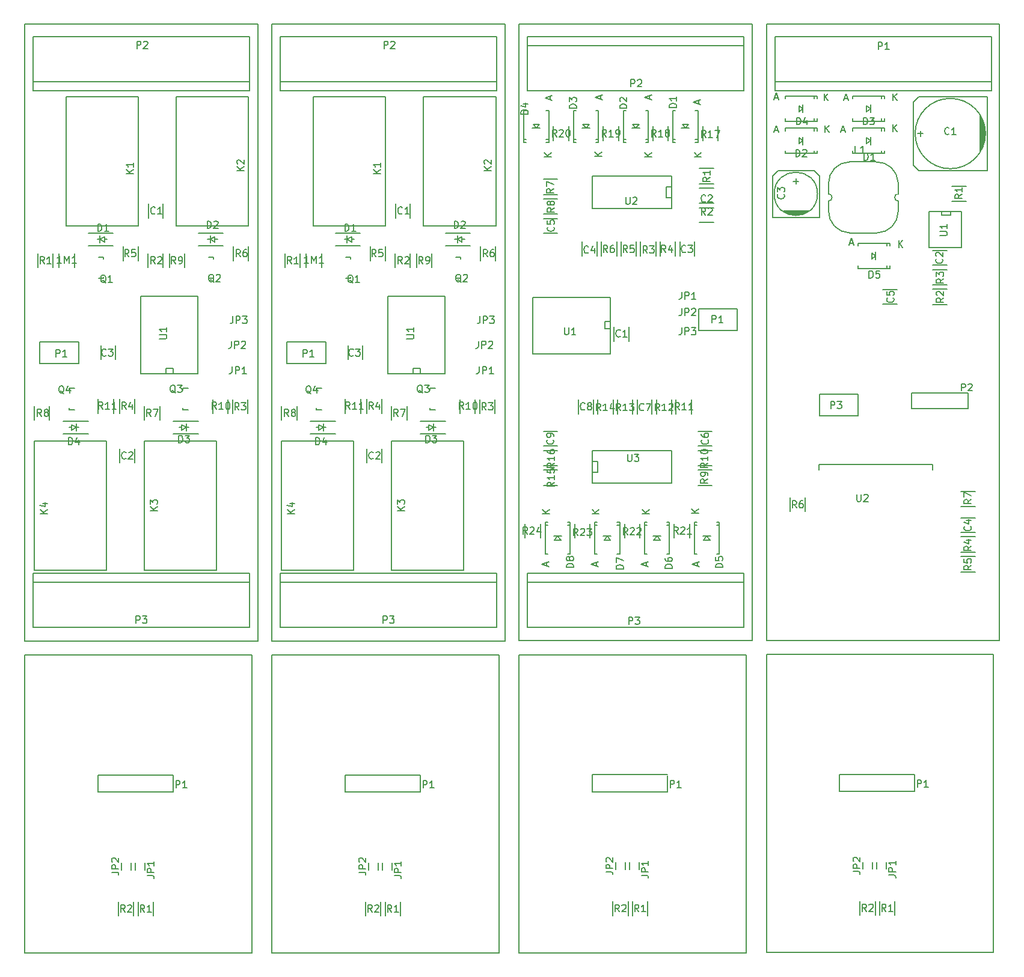
<source format=gbr>
G04 #@! TF.FileFunction,Legend,Top*
%FSLAX46Y46*%
G04 Gerber Fmt 4.6, Leading zero omitted, Abs format (unit mm)*
G04 Created by KiCad (PCBNEW 4.0.4-1.fc24-product) date Sun Dec  4 16:57:25 2016*
%MOMM*%
%LPD*%
G01*
G04 APERTURE LIST*
%ADD10C,0.100000*%
%ADD11C,0.150000*%
%ADD12C,0.152400*%
G04 APERTURE END LIST*
D10*
D11*
X171000000Y-125250000D02*
X139000000Y-125250000D01*
X171000000Y-167250000D02*
X171000000Y-125250000D01*
X139000000Y-167250000D02*
X171000000Y-167250000D01*
X139000000Y-125250000D02*
X139000000Y-167250000D01*
X136200000Y-125300000D02*
X104200000Y-125300000D01*
X136200000Y-167300000D02*
X136200000Y-125300000D01*
X104200000Y-167300000D02*
X136200000Y-167300000D01*
X104200000Y-125300000D02*
X104200000Y-167300000D01*
X101400000Y-125350000D02*
X69400000Y-125350000D01*
X101400000Y-167350000D02*
X101400000Y-125350000D01*
X69400000Y-167350000D02*
X101400000Y-167350000D01*
X69400000Y-125350000D02*
X69400000Y-167350000D01*
X66600000Y-125350000D02*
X34600000Y-125350000D01*
X66600000Y-167350000D02*
X66600000Y-125350000D01*
X34600000Y-167350000D02*
X66600000Y-167350000D01*
X34600000Y-125350000D02*
X34600000Y-167350000D01*
X171800000Y-36400000D02*
X139000000Y-36400000D01*
X171800000Y-123300000D02*
X171800000Y-36400000D01*
X139000000Y-123300000D02*
X171800000Y-123300000D01*
X139000000Y-36400000D02*
X139000000Y-123300000D01*
X137000000Y-36400000D02*
X104200000Y-36400000D01*
X137000000Y-123300000D02*
X137000000Y-36400000D01*
X104200000Y-123300000D02*
X137000000Y-123300000D01*
X104200000Y-36400000D02*
X104200000Y-123300000D01*
X102200000Y-36400000D02*
X69400000Y-36400000D01*
X102200000Y-123350000D02*
X102200000Y-36400000D01*
X69400000Y-123350000D02*
X102200000Y-123350000D01*
X69400000Y-36400000D02*
X69400000Y-123350000D01*
X67400000Y-36400000D02*
X34600000Y-36400000D01*
X67400000Y-123350000D02*
X67400000Y-36400000D01*
X34600000Y-123350000D02*
X67400000Y-123350000D01*
X34600000Y-36400000D02*
X34600000Y-123350000D01*
X41575000Y-68750000D02*
X41575000Y-70750000D01*
X39425000Y-70750000D02*
X39425000Y-68750000D01*
X51975000Y-61750000D02*
X51975000Y-63750000D01*
X54025000Y-63750000D02*
X54025000Y-61750000D01*
X50025000Y-98250000D02*
X50025000Y-96250000D01*
X47975000Y-96250000D02*
X47975000Y-98250000D01*
X45335000Y-81682000D02*
X45335000Y-83682000D01*
X47385000Y-83682000D02*
X47385000Y-81682000D01*
X45817500Y-66750000D02*
X46198500Y-66750000D01*
X44801500Y-66750000D02*
X45182500Y-66750000D01*
X45182500Y-66750000D02*
X45817500Y-66369000D01*
X45817500Y-66369000D02*
X45817500Y-67131000D01*
X45817500Y-67131000D02*
X45182500Y-66750000D01*
X45182500Y-66242000D02*
X45182500Y-67258000D01*
X43500000Y-67650000D02*
X47040000Y-67650000D01*
X43500000Y-65850000D02*
X47040000Y-65850000D01*
X61317500Y-66750000D02*
X61698500Y-66750000D01*
X60301500Y-66750000D02*
X60682500Y-66750000D01*
X60682500Y-66750000D02*
X61317500Y-66369000D01*
X61317500Y-66369000D02*
X61317500Y-67131000D01*
X61317500Y-67131000D02*
X60682500Y-66750000D01*
X60682500Y-66242000D02*
X60682500Y-67258000D01*
X59000000Y-67650000D02*
X62540000Y-67650000D01*
X59000000Y-65850000D02*
X62540000Y-65850000D01*
X56682500Y-93250000D02*
X56301500Y-93250000D01*
X57698500Y-93250000D02*
X57317500Y-93250000D01*
X57317500Y-93250000D02*
X56682500Y-93631000D01*
X56682500Y-93631000D02*
X56682500Y-92869000D01*
X56682500Y-92869000D02*
X57317500Y-93250000D01*
X57317500Y-93758000D02*
X57317500Y-92742000D01*
X59000000Y-92350000D02*
X55460000Y-92350000D01*
X59000000Y-94150000D02*
X55460000Y-94150000D01*
X41182500Y-93250000D02*
X40801500Y-93250000D01*
X42198500Y-93250000D02*
X41817500Y-93250000D01*
X41817500Y-93250000D02*
X41182500Y-93631000D01*
X41182500Y-93631000D02*
X41182500Y-92869000D01*
X41182500Y-92869000D02*
X41817500Y-93250000D01*
X41817500Y-93758000D02*
X41817500Y-92742000D01*
X43500000Y-92350000D02*
X39960000Y-92350000D01*
X43500000Y-94150000D02*
X39960000Y-94150000D01*
X45500000Y-46650000D02*
X40400000Y-46650000D01*
X40400000Y-46650000D02*
X40400000Y-64850000D01*
X40400000Y-64850000D02*
X50600000Y-64850000D01*
X50600000Y-64850000D02*
X50600000Y-46650000D01*
X50600000Y-46650000D02*
X45500000Y-46650000D01*
X61000000Y-46650000D02*
X55900000Y-46650000D01*
X55900000Y-46650000D02*
X55900000Y-64850000D01*
X55900000Y-64850000D02*
X66100000Y-64850000D01*
X66100000Y-64850000D02*
X66100000Y-46650000D01*
X66100000Y-46650000D02*
X61000000Y-46650000D01*
X56500000Y-113350000D02*
X61600000Y-113350000D01*
X61600000Y-113350000D02*
X61600000Y-95150000D01*
X61600000Y-95150000D02*
X51400000Y-95150000D01*
X51400000Y-95150000D02*
X51400000Y-113350000D01*
X51400000Y-113350000D02*
X56500000Y-113350000D01*
X41000000Y-113350000D02*
X46100000Y-113350000D01*
X46100000Y-113350000D02*
X46100000Y-95150000D01*
X46100000Y-95150000D02*
X35900000Y-95150000D01*
X35900000Y-95150000D02*
X35900000Y-113350000D01*
X35900000Y-113350000D02*
X41000000Y-113350000D01*
X36706000Y-82750000D02*
X36706000Y-81226000D01*
X36706000Y-81226000D02*
X42167000Y-81226000D01*
X42167000Y-81226000D02*
X42167000Y-84274000D01*
X42167000Y-84274000D02*
X36706000Y-84274000D01*
X36706000Y-84274000D02*
X36706000Y-82750000D01*
X35760000Y-38240000D02*
X35760000Y-45860000D01*
X66240000Y-45860000D02*
X66240000Y-38240000D01*
X35760000Y-44590000D02*
X66240000Y-44590000D01*
X35760000Y-38240000D02*
X66240000Y-38240000D01*
X35760000Y-45860000D02*
X66240000Y-45860000D01*
X66240000Y-121460000D02*
X66240000Y-113840000D01*
X35760000Y-113840000D02*
X35760000Y-121460000D01*
X66240000Y-115110000D02*
X35760000Y-115110000D01*
X66240000Y-121460000D02*
X35760000Y-121460000D01*
X66240000Y-113840000D02*
X35760000Y-113840000D01*
X44949200Y-69250180D02*
X45650240Y-69250180D01*
X45650240Y-69250180D02*
X45650240Y-69499100D01*
X45650240Y-72049160D02*
X45650240Y-72249820D01*
X45650240Y-72249820D02*
X44949200Y-72249820D01*
X60449200Y-69250180D02*
X61150240Y-69250180D01*
X61150240Y-69250180D02*
X61150240Y-69499100D01*
X61150240Y-72049160D02*
X61150240Y-72249820D01*
X61150240Y-72249820D02*
X60449200Y-72249820D01*
X57550800Y-90749820D02*
X56849760Y-90749820D01*
X56849760Y-90749820D02*
X56849760Y-90500900D01*
X56849760Y-87950840D02*
X56849760Y-87750180D01*
X56849760Y-87750180D02*
X57550800Y-87750180D01*
X41550800Y-90749820D02*
X40849760Y-90749820D01*
X40849760Y-90749820D02*
X40849760Y-90500900D01*
X40849760Y-87950840D02*
X40849760Y-87750180D01*
X40849760Y-87750180D02*
X41550800Y-87750180D01*
X36425000Y-70750000D02*
X36425000Y-68750000D01*
X38575000Y-68750000D02*
X38575000Y-70750000D01*
X51925000Y-70750000D02*
X51925000Y-68750000D01*
X54075000Y-68750000D02*
X54075000Y-70750000D01*
X65977000Y-89302000D02*
X65977000Y-91302000D01*
X63827000Y-91302000D02*
X63827000Y-89302000D01*
X50075000Y-89250000D02*
X50075000Y-91250000D01*
X47925000Y-91250000D02*
X47925000Y-89250000D01*
X50575000Y-67750000D02*
X50575000Y-69750000D01*
X48425000Y-69750000D02*
X48425000Y-67750000D01*
X66075000Y-67750000D02*
X66075000Y-69750000D01*
X63925000Y-69750000D02*
X63925000Y-67750000D01*
X51425000Y-92250000D02*
X51425000Y-90250000D01*
X53575000Y-90250000D02*
X53575000Y-92250000D01*
X35925000Y-92250000D02*
X35925000Y-90250000D01*
X38075000Y-90250000D02*
X38075000Y-92250000D01*
X57075000Y-68750000D02*
X57075000Y-70750000D01*
X54925000Y-70750000D02*
X54925000Y-68750000D01*
X61033000Y-91302000D02*
X61033000Y-89302000D01*
X63183000Y-89302000D02*
X63183000Y-91302000D01*
X44925000Y-91250000D02*
X44925000Y-89250000D01*
X47075000Y-89250000D02*
X47075000Y-91250000D01*
X58937000Y-85711000D02*
X50936000Y-85711000D01*
X50936000Y-74789000D02*
X58937000Y-74789000D01*
X50936000Y-85711000D02*
X50936000Y-74789000D01*
X58937000Y-74789000D02*
X58937000Y-85711000D01*
X54492000Y-85711000D02*
X54492000Y-84949000D01*
X54492000Y-84949000D02*
X55508000Y-84949000D01*
X55508000Y-84949000D02*
X55508000Y-85711000D01*
X76375000Y-68750000D02*
X76375000Y-70750000D01*
X74225000Y-70750000D02*
X74225000Y-68750000D01*
X86775000Y-61750000D02*
X86775000Y-63750000D01*
X88825000Y-63750000D02*
X88825000Y-61750000D01*
X84825000Y-98250000D02*
X84825000Y-96250000D01*
X82775000Y-96250000D02*
X82775000Y-98250000D01*
X80135000Y-81682000D02*
X80135000Y-83682000D01*
X82185000Y-83682000D02*
X82185000Y-81682000D01*
X80617500Y-66750000D02*
X80998500Y-66750000D01*
X79601500Y-66750000D02*
X79982500Y-66750000D01*
X79982500Y-66750000D02*
X80617500Y-66369000D01*
X80617500Y-66369000D02*
X80617500Y-67131000D01*
X80617500Y-67131000D02*
X79982500Y-66750000D01*
X79982500Y-66242000D02*
X79982500Y-67258000D01*
X78300000Y-67650000D02*
X81840000Y-67650000D01*
X78300000Y-65850000D02*
X81840000Y-65850000D01*
X96117500Y-66750000D02*
X96498500Y-66750000D01*
X95101500Y-66750000D02*
X95482500Y-66750000D01*
X95482500Y-66750000D02*
X96117500Y-66369000D01*
X96117500Y-66369000D02*
X96117500Y-67131000D01*
X96117500Y-67131000D02*
X95482500Y-66750000D01*
X95482500Y-66242000D02*
X95482500Y-67258000D01*
X93800000Y-67650000D02*
X97340000Y-67650000D01*
X93800000Y-65850000D02*
X97340000Y-65850000D01*
X91482500Y-93250000D02*
X91101500Y-93250000D01*
X92498500Y-93250000D02*
X92117500Y-93250000D01*
X92117500Y-93250000D02*
X91482500Y-93631000D01*
X91482500Y-93631000D02*
X91482500Y-92869000D01*
X91482500Y-92869000D02*
X92117500Y-93250000D01*
X92117500Y-93758000D02*
X92117500Y-92742000D01*
X93800000Y-92350000D02*
X90260000Y-92350000D01*
X93800000Y-94150000D02*
X90260000Y-94150000D01*
X75982500Y-93250000D02*
X75601500Y-93250000D01*
X76998500Y-93250000D02*
X76617500Y-93250000D01*
X76617500Y-93250000D02*
X75982500Y-93631000D01*
X75982500Y-93631000D02*
X75982500Y-92869000D01*
X75982500Y-92869000D02*
X76617500Y-93250000D01*
X76617500Y-93758000D02*
X76617500Y-92742000D01*
X78300000Y-92350000D02*
X74760000Y-92350000D01*
X78300000Y-94150000D02*
X74760000Y-94150000D01*
X80300000Y-46650000D02*
X75200000Y-46650000D01*
X75200000Y-46650000D02*
X75200000Y-64850000D01*
X75200000Y-64850000D02*
X85400000Y-64850000D01*
X85400000Y-64850000D02*
X85400000Y-46650000D01*
X85400000Y-46650000D02*
X80300000Y-46650000D01*
X95800000Y-46650000D02*
X90700000Y-46650000D01*
X90700000Y-46650000D02*
X90700000Y-64850000D01*
X90700000Y-64850000D02*
X100900000Y-64850000D01*
X100900000Y-64850000D02*
X100900000Y-46650000D01*
X100900000Y-46650000D02*
X95800000Y-46650000D01*
X91300000Y-113350000D02*
X96400000Y-113350000D01*
X96400000Y-113350000D02*
X96400000Y-95150000D01*
X96400000Y-95150000D02*
X86200000Y-95150000D01*
X86200000Y-95150000D02*
X86200000Y-113350000D01*
X86200000Y-113350000D02*
X91300000Y-113350000D01*
X75800000Y-113350000D02*
X80900000Y-113350000D01*
X80900000Y-113350000D02*
X80900000Y-95150000D01*
X80900000Y-95150000D02*
X70700000Y-95150000D01*
X70700000Y-95150000D02*
X70700000Y-113350000D01*
X70700000Y-113350000D02*
X75800000Y-113350000D01*
X71506000Y-82750000D02*
X71506000Y-81226000D01*
X71506000Y-81226000D02*
X76967000Y-81226000D01*
X76967000Y-81226000D02*
X76967000Y-84274000D01*
X76967000Y-84274000D02*
X71506000Y-84274000D01*
X71506000Y-84274000D02*
X71506000Y-82750000D01*
X70560000Y-38240000D02*
X70560000Y-45860000D01*
X101040000Y-45860000D02*
X101040000Y-38240000D01*
X70560000Y-44590000D02*
X101040000Y-44590000D01*
X70560000Y-38240000D02*
X101040000Y-38240000D01*
X70560000Y-45860000D02*
X101040000Y-45860000D01*
X101040000Y-121460000D02*
X101040000Y-113840000D01*
X70560000Y-113840000D02*
X70560000Y-121460000D01*
X101040000Y-115110000D02*
X70560000Y-115110000D01*
X101040000Y-121460000D02*
X70560000Y-121460000D01*
X101040000Y-113840000D02*
X70560000Y-113840000D01*
X79749200Y-69250180D02*
X80450240Y-69250180D01*
X80450240Y-69250180D02*
X80450240Y-69499100D01*
X80450240Y-72049160D02*
X80450240Y-72249820D01*
X80450240Y-72249820D02*
X79749200Y-72249820D01*
X95249200Y-69250180D02*
X95950240Y-69250180D01*
X95950240Y-69250180D02*
X95950240Y-69499100D01*
X95950240Y-72049160D02*
X95950240Y-72249820D01*
X95950240Y-72249820D02*
X95249200Y-72249820D01*
X92350800Y-90749820D02*
X91649760Y-90749820D01*
X91649760Y-90749820D02*
X91649760Y-90500900D01*
X91649760Y-87950840D02*
X91649760Y-87750180D01*
X91649760Y-87750180D02*
X92350800Y-87750180D01*
X76350800Y-90749820D02*
X75649760Y-90749820D01*
X75649760Y-90749820D02*
X75649760Y-90500900D01*
X75649760Y-87950840D02*
X75649760Y-87750180D01*
X75649760Y-87750180D02*
X76350800Y-87750180D01*
X71225000Y-70750000D02*
X71225000Y-68750000D01*
X73375000Y-68750000D02*
X73375000Y-70750000D01*
X86725000Y-70750000D02*
X86725000Y-68750000D01*
X88875000Y-68750000D02*
X88875000Y-70750000D01*
X100777000Y-89302000D02*
X100777000Y-91302000D01*
X98627000Y-91302000D02*
X98627000Y-89302000D01*
X84875000Y-89250000D02*
X84875000Y-91250000D01*
X82725000Y-91250000D02*
X82725000Y-89250000D01*
X85375000Y-67750000D02*
X85375000Y-69750000D01*
X83225000Y-69750000D02*
X83225000Y-67750000D01*
X100875000Y-67750000D02*
X100875000Y-69750000D01*
X98725000Y-69750000D02*
X98725000Y-67750000D01*
X86225000Y-92250000D02*
X86225000Y-90250000D01*
X88375000Y-90250000D02*
X88375000Y-92250000D01*
X70725000Y-92250000D02*
X70725000Y-90250000D01*
X72875000Y-90250000D02*
X72875000Y-92250000D01*
X91875000Y-68750000D02*
X91875000Y-70750000D01*
X89725000Y-70750000D02*
X89725000Y-68750000D01*
X95833000Y-91302000D02*
X95833000Y-89302000D01*
X97983000Y-89302000D02*
X97983000Y-91302000D01*
X79725000Y-91250000D02*
X79725000Y-89250000D01*
X81875000Y-89250000D02*
X81875000Y-91250000D01*
X93737000Y-85711000D02*
X85736000Y-85711000D01*
X85736000Y-74789000D02*
X93737000Y-74789000D01*
X85736000Y-85711000D02*
X85736000Y-74789000D01*
X93737000Y-74789000D02*
X93737000Y-85711000D01*
X89292000Y-85711000D02*
X89292000Y-84949000D01*
X89292000Y-84949000D02*
X90308000Y-84949000D01*
X90308000Y-84949000D02*
X90308000Y-85711000D01*
X119625000Y-81100000D02*
X119625000Y-79100000D01*
X117575000Y-79100000D02*
X117575000Y-81100000D01*
X131600000Y-62325000D02*
X129600000Y-62325000D01*
X129600000Y-64375000D02*
X131600000Y-64375000D01*
X128875000Y-69100000D02*
X128875000Y-67100000D01*
X126825000Y-67100000D02*
X126825000Y-69100000D01*
X115125000Y-69100000D02*
X115125000Y-67100000D01*
X113075000Y-67100000D02*
X113075000Y-69100000D01*
X107600000Y-65875000D02*
X109600000Y-65875000D01*
X109600000Y-63825000D02*
X107600000Y-63825000D01*
X131350000Y-93825000D02*
X129350000Y-93825000D01*
X129350000Y-95875000D02*
X131350000Y-95875000D01*
X120825000Y-89350000D02*
X120825000Y-91350000D01*
X122875000Y-91350000D02*
X122875000Y-89350000D01*
X112575000Y-89350000D02*
X112575000Y-91350000D01*
X114625000Y-91350000D02*
X114625000Y-89350000D01*
X107600000Y-95875000D02*
X109600000Y-95875000D01*
X109600000Y-93825000D02*
X107600000Y-93825000D01*
X127600000Y-51100000D02*
X127150000Y-50550000D01*
X127150000Y-50550000D02*
X128050000Y-50550000D01*
X128050000Y-50550000D02*
X127600000Y-51100000D01*
X127050000Y-51100000D02*
X128150000Y-51100000D01*
X129350060Y-52649140D02*
X128999540Y-52649140D01*
X125849940Y-52649140D02*
X126200460Y-52649140D01*
X129350060Y-48599560D02*
X128999540Y-48599560D01*
X129350060Y-53100440D02*
X128999540Y-53100440D01*
X125849940Y-53100440D02*
X126200460Y-53100440D01*
X125849940Y-48599560D02*
X126200460Y-48599560D01*
X129350060Y-53100440D02*
X129350060Y-48599560D01*
X125849940Y-53100440D02*
X125849940Y-48599560D01*
X120600000Y-51100000D02*
X120150000Y-50550000D01*
X120150000Y-50550000D02*
X121050000Y-50550000D01*
X121050000Y-50550000D02*
X120600000Y-51100000D01*
X120050000Y-51100000D02*
X121150000Y-51100000D01*
X122350060Y-52649140D02*
X121999540Y-52649140D01*
X118849940Y-52649140D02*
X119200460Y-52649140D01*
X122350060Y-48599560D02*
X121999540Y-48599560D01*
X122350060Y-53100440D02*
X121999540Y-53100440D01*
X118849940Y-53100440D02*
X119200460Y-53100440D01*
X118849940Y-48599560D02*
X119200460Y-48599560D01*
X122350060Y-53100440D02*
X122350060Y-48599560D01*
X118849940Y-53100440D02*
X118849940Y-48599560D01*
X113600000Y-51100000D02*
X113150000Y-50550000D01*
X113150000Y-50550000D02*
X114050000Y-50550000D01*
X114050000Y-50550000D02*
X113600000Y-51100000D01*
X113050000Y-51100000D02*
X114150000Y-51100000D01*
X115350060Y-52649140D02*
X114999540Y-52649140D01*
X111849940Y-52649140D02*
X112200460Y-52649140D01*
X115350060Y-48599560D02*
X114999540Y-48599560D01*
X115350060Y-53100440D02*
X114999540Y-53100440D01*
X111849940Y-53100440D02*
X112200460Y-53100440D01*
X111849940Y-48599560D02*
X112200460Y-48599560D01*
X115350060Y-53100440D02*
X115350060Y-48599560D01*
X111849940Y-53100440D02*
X111849940Y-48599560D01*
X106600000Y-51100000D02*
X106150000Y-50550000D01*
X106150000Y-50550000D02*
X107050000Y-50550000D01*
X107050000Y-50550000D02*
X106600000Y-51100000D01*
X106050000Y-51100000D02*
X107150000Y-51100000D01*
X108350060Y-52649140D02*
X107999540Y-52649140D01*
X104849940Y-52649140D02*
X105200460Y-52649140D01*
X108350060Y-48599560D02*
X107999540Y-48599560D01*
X108350060Y-53100440D02*
X107999540Y-53100440D01*
X104849940Y-53100440D02*
X105200460Y-53100440D01*
X104849940Y-48599560D02*
X105200460Y-48599560D01*
X108350060Y-53100440D02*
X108350060Y-48599560D01*
X104849940Y-53100440D02*
X104849940Y-48599560D01*
X130600000Y-108600000D02*
X131050000Y-109150000D01*
X131050000Y-109150000D02*
X130150000Y-109150000D01*
X130150000Y-109150000D02*
X130600000Y-108600000D01*
X131150000Y-108600000D02*
X130050000Y-108600000D01*
X128849940Y-107050860D02*
X129200460Y-107050860D01*
X132350060Y-107050860D02*
X131999540Y-107050860D01*
X128849940Y-111100440D02*
X129200460Y-111100440D01*
X128849940Y-106599560D02*
X129200460Y-106599560D01*
X132350060Y-106599560D02*
X131999540Y-106599560D01*
X132350060Y-111100440D02*
X131999540Y-111100440D01*
X128849940Y-106599560D02*
X128849940Y-111100440D01*
X132350060Y-106599560D02*
X132350060Y-111100440D01*
X123600000Y-108600000D02*
X124050000Y-109150000D01*
X124050000Y-109150000D02*
X123150000Y-109150000D01*
X123150000Y-109150000D02*
X123600000Y-108600000D01*
X124150000Y-108600000D02*
X123050000Y-108600000D01*
X121849940Y-107050860D02*
X122200460Y-107050860D01*
X125350060Y-107050860D02*
X124999540Y-107050860D01*
X121849940Y-111100440D02*
X122200460Y-111100440D01*
X121849940Y-106599560D02*
X122200460Y-106599560D01*
X125350060Y-106599560D02*
X124999540Y-106599560D01*
X125350060Y-111100440D02*
X124999540Y-111100440D01*
X121849940Y-106599560D02*
X121849940Y-111100440D01*
X125350060Y-106599560D02*
X125350060Y-111100440D01*
X116600000Y-108600000D02*
X117050000Y-109150000D01*
X117050000Y-109150000D02*
X116150000Y-109150000D01*
X116150000Y-109150000D02*
X116600000Y-108600000D01*
X117150000Y-108600000D02*
X116050000Y-108600000D01*
X114849940Y-107050860D02*
X115200460Y-107050860D01*
X118350060Y-107050860D02*
X117999540Y-107050860D01*
X114849940Y-111100440D02*
X115200460Y-111100440D01*
X114849940Y-106599560D02*
X115200460Y-106599560D01*
X118350060Y-106599560D02*
X117999540Y-106599560D01*
X118350060Y-111100440D02*
X117999540Y-111100440D01*
X114849940Y-106599560D02*
X114849940Y-111100440D01*
X118350060Y-106599560D02*
X118350060Y-111100440D01*
X109600000Y-108600000D02*
X110050000Y-109150000D01*
X110050000Y-109150000D02*
X109150000Y-109150000D01*
X109150000Y-109150000D02*
X109600000Y-108600000D01*
X110150000Y-108600000D02*
X109050000Y-108600000D01*
X107849940Y-107050860D02*
X108200460Y-107050860D01*
X111350060Y-107050860D02*
X110999540Y-107050860D01*
X107849940Y-111100440D02*
X108200460Y-111100440D01*
X107849940Y-106599560D02*
X108200460Y-106599560D01*
X111350060Y-106599560D02*
X110999540Y-106599560D01*
X111350060Y-111100440D02*
X110999540Y-111100440D01*
X107849940Y-106599560D02*
X107849940Y-111100440D01*
X111350060Y-106599560D02*
X111350060Y-111100440D01*
X134894000Y-78100000D02*
X134894000Y-79624000D01*
X134894000Y-79624000D02*
X129433000Y-79624000D01*
X129433000Y-79624000D02*
X129433000Y-76576000D01*
X129433000Y-76576000D02*
X134894000Y-76576000D01*
X134894000Y-76576000D02*
X134894000Y-78100000D01*
X135840000Y-45860000D02*
X135840000Y-38240000D01*
X105360000Y-38240000D02*
X105360000Y-45860000D01*
X135840000Y-39510000D02*
X105360000Y-39510000D01*
X135840000Y-45860000D02*
X105360000Y-45860000D01*
X135840000Y-38240000D02*
X105360000Y-38240000D01*
X135840000Y-121460000D02*
X135840000Y-113840000D01*
X105360000Y-113840000D02*
X105360000Y-121460000D01*
X135840000Y-115110000D02*
X105360000Y-115110000D01*
X135840000Y-121460000D02*
X105360000Y-121460000D01*
X135840000Y-113840000D02*
X105360000Y-113840000D01*
X131600000Y-58925000D02*
X129600000Y-58925000D01*
X129600000Y-56775000D02*
X131600000Y-56775000D01*
X129600000Y-59525000D02*
X131600000Y-59525000D01*
X131600000Y-61675000D02*
X129600000Y-61675000D01*
X121275000Y-69100000D02*
X121275000Y-67100000D01*
X123425000Y-67100000D02*
X123425000Y-69100000D01*
X126175000Y-67100000D02*
X126175000Y-69100000D01*
X124025000Y-69100000D02*
X124025000Y-67100000D01*
X118525000Y-69100000D02*
X118525000Y-67100000D01*
X120675000Y-67100000D02*
X120675000Y-69100000D01*
X117925000Y-67100000D02*
X117925000Y-69100000D01*
X115775000Y-69100000D02*
X115775000Y-67100000D01*
X107600000Y-58275000D02*
X109600000Y-58275000D01*
X109600000Y-60425000D02*
X107600000Y-60425000D01*
X109600000Y-63175000D02*
X107600000Y-63175000D01*
X107600000Y-61025000D02*
X109600000Y-61025000D01*
X131350000Y-101425000D02*
X129350000Y-101425000D01*
X129350000Y-99275000D02*
X131350000Y-99275000D01*
X129350000Y-96525000D02*
X131350000Y-96525000D01*
X131350000Y-98675000D02*
X129350000Y-98675000D01*
X128425000Y-89350000D02*
X128425000Y-91350000D01*
X126275000Y-91350000D02*
X126275000Y-89350000D01*
X123525000Y-91350000D02*
X123525000Y-89350000D01*
X125675000Y-89350000D02*
X125675000Y-91350000D01*
X120175000Y-89350000D02*
X120175000Y-91350000D01*
X118025000Y-91350000D02*
X118025000Y-89350000D01*
X115275000Y-91350000D02*
X115275000Y-89350000D01*
X117425000Y-89350000D02*
X117425000Y-91350000D01*
X107600000Y-99275000D02*
X109600000Y-99275000D01*
X109600000Y-101425000D02*
X107600000Y-101425000D01*
X109600000Y-98675000D02*
X107600000Y-98675000D01*
X107600000Y-96525000D02*
X109600000Y-96525000D01*
X130025000Y-52850000D02*
X130025000Y-50850000D01*
X132175000Y-50850000D02*
X132175000Y-52850000D01*
X123025000Y-52850000D02*
X123025000Y-50850000D01*
X125175000Y-50850000D02*
X125175000Y-52850000D01*
X116025000Y-52850000D02*
X116025000Y-50850000D01*
X118175000Y-50850000D02*
X118175000Y-52850000D01*
X109025000Y-52850000D02*
X109025000Y-50850000D01*
X111175000Y-50850000D02*
X111175000Y-52850000D01*
X128175000Y-106850000D02*
X128175000Y-108850000D01*
X126025000Y-108850000D02*
X126025000Y-106850000D01*
X121175000Y-106850000D02*
X121175000Y-108850000D01*
X119025000Y-108850000D02*
X119025000Y-106850000D01*
X114175000Y-106850000D02*
X114175000Y-108850000D01*
X112025000Y-108850000D02*
X112025000Y-106850000D01*
X107175000Y-106850000D02*
X107175000Y-108850000D01*
X105025000Y-108850000D02*
X105025000Y-106850000D01*
X117061000Y-74913000D02*
X117061000Y-82914000D01*
X106139000Y-82914000D02*
X106139000Y-74913000D01*
X117061000Y-82914000D02*
X106139000Y-82914000D01*
X106139000Y-74913000D02*
X117061000Y-74913000D01*
X117061000Y-79358000D02*
X116299000Y-79358000D01*
X116299000Y-79358000D02*
X116299000Y-78342000D01*
X116299000Y-78342000D02*
X117061000Y-78342000D01*
X125688000Y-60862000D02*
X124926000Y-60862000D01*
X124926000Y-60862000D02*
X124926000Y-59338000D01*
X124926000Y-59338000D02*
X125688000Y-59338000D01*
X114512000Y-62386000D02*
X114512000Y-57814000D01*
X114512000Y-57814000D02*
X125688000Y-57814000D01*
X125688000Y-57814000D02*
X125688000Y-62386000D01*
X125688000Y-62386000D02*
X114512000Y-62386000D01*
X114512000Y-98088000D02*
X115274000Y-98088000D01*
X115274000Y-98088000D02*
X115274000Y-99612000D01*
X115274000Y-99612000D02*
X114512000Y-99612000D01*
X125688000Y-96564000D02*
X125688000Y-101136000D01*
X125688000Y-101136000D02*
X114512000Y-101136000D01*
X114512000Y-101136000D02*
X114512000Y-96564000D01*
X114512000Y-96564000D02*
X125688000Y-96564000D01*
X169726000Y-50834000D02*
X169726000Y-52866000D01*
X169599000Y-53247000D02*
X169599000Y-50326000D01*
X169472000Y-50072000D02*
X169472000Y-53628000D01*
X169345000Y-54009000D02*
X169345000Y-49691000D01*
X169218000Y-49437000D02*
X169218000Y-54263000D01*
X169091000Y-54390000D02*
X169091000Y-49310000D01*
X170107000Y-57057000D02*
X170107000Y-46643000D01*
X170107000Y-46643000D02*
X160455000Y-46643000D01*
X160455000Y-46643000D02*
X159693000Y-47405000D01*
X159693000Y-47405000D02*
X159693000Y-56295000D01*
X159693000Y-56295000D02*
X160455000Y-57057000D01*
X160455000Y-57057000D02*
X170107000Y-57057000D01*
X160328000Y-51850000D02*
X161090000Y-51850000D01*
X160709000Y-52231000D02*
X160709000Y-51469000D01*
X169853000Y-51850000D02*
G75*
G03X169853000Y-51850000I-4953000J0D01*
G01*
X164400000Y-68325000D02*
X162400000Y-68325000D01*
X162400000Y-70375000D02*
X164400000Y-70375000D01*
X142388000Y-63271000D02*
X143912000Y-63271000D01*
X144293000Y-63144000D02*
X142007000Y-63144000D01*
X141753000Y-63017000D02*
X144547000Y-63017000D01*
X144801000Y-62890000D02*
X141499000Y-62890000D01*
X141372000Y-62763000D02*
X144928000Y-62763000D01*
X139848000Y-63652000D02*
X146452000Y-63652000D01*
X146452000Y-63652000D02*
X146452000Y-57810000D01*
X146452000Y-57810000D02*
X145690000Y-57048000D01*
X145690000Y-57048000D02*
X140610000Y-57048000D01*
X140610000Y-57048000D02*
X139848000Y-57810000D01*
X139848000Y-57810000D02*
X139848000Y-63652000D01*
X143150000Y-58191000D02*
X143150000Y-58953000D01*
X142769000Y-58572000D02*
X143531000Y-58572000D01*
X146198000Y-60350000D02*
G75*
G03X146198000Y-60350000I-3048000J0D01*
G01*
X166400000Y-108075000D02*
X168400000Y-108075000D01*
X168400000Y-106025000D02*
X166400000Y-106025000D01*
X155400000Y-75875000D02*
X157400000Y-75875000D01*
X157400000Y-73825000D02*
X155400000Y-73825000D01*
X153650000Y-52850000D02*
X153100000Y-53300000D01*
X153100000Y-53300000D02*
X153100000Y-52400000D01*
X153100000Y-52400000D02*
X153650000Y-52850000D01*
X153650000Y-53400000D02*
X153650000Y-52300000D01*
X155199140Y-51099940D02*
X155199140Y-51450460D01*
X155199140Y-54600060D02*
X155199140Y-54249540D01*
X151149560Y-51099940D02*
X151149560Y-51450460D01*
X155650440Y-51099940D02*
X155650440Y-51450460D01*
X155650440Y-54600060D02*
X155650440Y-54249540D01*
X151149560Y-54600060D02*
X151149560Y-54249540D01*
X155650440Y-51099940D02*
X151149560Y-51099940D01*
X155650440Y-54600060D02*
X151149560Y-54600060D01*
X144150000Y-52850000D02*
X143600000Y-53300000D01*
X143600000Y-53300000D02*
X143600000Y-52400000D01*
X143600000Y-52400000D02*
X144150000Y-52850000D01*
X144150000Y-53400000D02*
X144150000Y-52300000D01*
X145699140Y-51099940D02*
X145699140Y-51450460D01*
X145699140Y-54600060D02*
X145699140Y-54249540D01*
X141649560Y-51099940D02*
X141649560Y-51450460D01*
X146150440Y-51099940D02*
X146150440Y-51450460D01*
X146150440Y-54600060D02*
X146150440Y-54249540D01*
X141649560Y-54600060D02*
X141649560Y-54249540D01*
X146150440Y-51099940D02*
X141649560Y-51099940D01*
X146150440Y-54600060D02*
X141649560Y-54600060D01*
X153650000Y-48350000D02*
X153100000Y-48800000D01*
X153100000Y-48800000D02*
X153100000Y-47900000D01*
X153100000Y-47900000D02*
X153650000Y-48350000D01*
X153650000Y-48900000D02*
X153650000Y-47800000D01*
X155199140Y-46599940D02*
X155199140Y-46950460D01*
X155199140Y-50100060D02*
X155199140Y-49749540D01*
X151149560Y-46599940D02*
X151149560Y-46950460D01*
X155650440Y-46599940D02*
X155650440Y-46950460D01*
X155650440Y-50100060D02*
X155650440Y-49749540D01*
X151149560Y-50100060D02*
X151149560Y-49749540D01*
X155650440Y-46599940D02*
X151149560Y-46599940D01*
X155650440Y-50100060D02*
X151149560Y-50100060D01*
X144150000Y-48350000D02*
X143600000Y-48800000D01*
X143600000Y-48800000D02*
X143600000Y-47900000D01*
X143600000Y-47900000D02*
X144150000Y-48350000D01*
X144150000Y-48900000D02*
X144150000Y-47800000D01*
X145699140Y-46599940D02*
X145699140Y-46950460D01*
X145699140Y-50100060D02*
X145699140Y-49749540D01*
X141649560Y-46599940D02*
X141649560Y-46950460D01*
X146150440Y-46599940D02*
X146150440Y-46950460D01*
X146150440Y-50100060D02*
X146150440Y-49749540D01*
X141649560Y-50100060D02*
X141649560Y-49749540D01*
X146150440Y-46599940D02*
X141649560Y-46599940D01*
X146150440Y-50100060D02*
X141649560Y-50100060D01*
X154400000Y-69100000D02*
X153850000Y-69550000D01*
X153850000Y-69550000D02*
X153850000Y-68650000D01*
X153850000Y-68650000D02*
X154400000Y-69100000D01*
X154400000Y-69650000D02*
X154400000Y-68550000D01*
X155949140Y-67349940D02*
X155949140Y-67700460D01*
X155949140Y-70850060D02*
X155949140Y-70499540D01*
X151899560Y-67349940D02*
X151899560Y-67700460D01*
X156400440Y-67349940D02*
X156400440Y-67700460D01*
X156400440Y-70850060D02*
X156400440Y-70499540D01*
X151899560Y-70850060D02*
X151899560Y-70499540D01*
X156400440Y-67349940D02*
X151899560Y-67349940D01*
X156400440Y-70850060D02*
X151899560Y-70850060D01*
X157550000Y-62850000D02*
X157550000Y-61350000D01*
X157550000Y-58750000D02*
X157550000Y-60350000D01*
X154450000Y-55850000D02*
X150650000Y-55850000D01*
X147750000Y-58900000D02*
X147750000Y-60350000D01*
X147750000Y-62750000D02*
X147750000Y-61350000D01*
X154550000Y-65850000D02*
X150750000Y-65850000D01*
X157050000Y-60850000D02*
G75*
G03X157550000Y-61350000I500000J0D01*
G01*
X157550000Y-60350000D02*
G75*
G03X157050000Y-60850000I0J-500000D01*
G01*
X148250000Y-60850000D02*
G75*
G02X147750000Y-61350000I-500000J0D01*
G01*
X147750000Y-60350000D02*
G75*
G02X148250000Y-60850000I0J-500000D01*
G01*
X154550000Y-65850000D02*
G75*
G03X157550000Y-62850000I0J3000000D01*
G01*
X157550000Y-58750000D02*
G75*
G03X154450000Y-55850000I-3000000J-100000D01*
G01*
X150700000Y-55850000D02*
G75*
G03X147750000Y-58900000I50000J-3000000D01*
G01*
X147750000Y-62750000D02*
G75*
G03X150750000Y-65850000I3050000J-50000D01*
G01*
X140260000Y-38240000D02*
X140260000Y-45860000D01*
X170740000Y-45860000D02*
X170740000Y-38240000D01*
X140260000Y-44590000D02*
X170740000Y-44590000D01*
X140260000Y-38240000D02*
X170740000Y-38240000D01*
X140260000Y-45860000D02*
X170740000Y-45860000D01*
X167430000Y-90590000D02*
X159430000Y-90590000D01*
X159430000Y-90590000D02*
X159430000Y-88390000D01*
X159430000Y-88390000D02*
X167430000Y-88390000D01*
X167430000Y-88390000D02*
X167430000Y-90590000D01*
X151944000Y-90100000D02*
X151944000Y-91624000D01*
X151944000Y-91624000D02*
X146483000Y-91624000D01*
X146483000Y-91624000D02*
X146483000Y-88576000D01*
X146483000Y-88576000D02*
X151944000Y-88576000D01*
X151944000Y-88576000D02*
X151944000Y-90100000D01*
X167150000Y-61425000D02*
X165150000Y-61425000D01*
X165150000Y-59275000D02*
X167150000Y-59275000D01*
X164400000Y-75925000D02*
X162400000Y-75925000D01*
X162400000Y-73775000D02*
X164400000Y-73775000D01*
X162400000Y-71025000D02*
X164400000Y-71025000D01*
X164400000Y-73175000D02*
X162400000Y-73175000D01*
X166400000Y-108675000D02*
X168400000Y-108675000D01*
X168400000Y-110825000D02*
X166400000Y-110825000D01*
X166400000Y-111475000D02*
X168400000Y-111475000D01*
X168400000Y-113625000D02*
X166400000Y-113625000D01*
X142325000Y-105100000D02*
X142325000Y-103100000D01*
X144475000Y-103100000D02*
X144475000Y-105100000D01*
X168400000Y-104425000D02*
X166400000Y-104425000D01*
X166400000Y-102275000D02*
X168400000Y-102275000D01*
X166436000Y-62810000D02*
X166436000Y-67890000D01*
X166436000Y-67890000D02*
X161864000Y-67890000D01*
X161864000Y-67890000D02*
X161864000Y-62810000D01*
X161864000Y-62810000D02*
X166436000Y-62810000D01*
X164912000Y-62810000D02*
X164912000Y-63318000D01*
X164912000Y-63318000D02*
X163642000Y-63318000D01*
X163642000Y-63318000D02*
X163642000Y-62810000D01*
D12*
X162416000Y-99241000D02*
X162416000Y-98479000D01*
X162416000Y-98479000D02*
X146414000Y-98479000D01*
X146414000Y-98479000D02*
X146414000Y-99241000D01*
D11*
X50175000Y-155600000D02*
X50175000Y-154600000D01*
X51525000Y-154600000D02*
X51525000Y-155600000D01*
X48175000Y-155600000D02*
X48175000Y-154600000D01*
X49525000Y-154600000D02*
X49525000Y-155600000D01*
X55450000Y-144660000D02*
X44890000Y-144660000D01*
X44890000Y-144660000D02*
X44890000Y-142260000D01*
X44890000Y-142260000D02*
X55450000Y-142260000D01*
X55450000Y-142360000D02*
X55450000Y-144560000D01*
X52675000Y-160100000D02*
X52675000Y-162100000D01*
X50525000Y-162100000D02*
X50525000Y-160100000D01*
X49925000Y-160100000D02*
X49925000Y-162100000D01*
X47775000Y-162100000D02*
X47775000Y-160100000D01*
X84975000Y-155600000D02*
X84975000Y-154600000D01*
X86325000Y-154600000D02*
X86325000Y-155600000D01*
X82975000Y-155600000D02*
X82975000Y-154600000D01*
X84325000Y-154600000D02*
X84325000Y-155600000D01*
X90250000Y-144660000D02*
X79690000Y-144660000D01*
X79690000Y-144660000D02*
X79690000Y-142260000D01*
X79690000Y-142260000D02*
X90250000Y-142260000D01*
X90250000Y-142360000D02*
X90250000Y-144560000D01*
X87475000Y-160100000D02*
X87475000Y-162100000D01*
X85325000Y-162100000D02*
X85325000Y-160100000D01*
X84725000Y-160100000D02*
X84725000Y-162100000D01*
X82575000Y-162100000D02*
X82575000Y-160100000D01*
X119775000Y-155550000D02*
X119775000Y-154550000D01*
X121125000Y-154550000D02*
X121125000Y-155550000D01*
X117775000Y-155550000D02*
X117775000Y-154550000D01*
X119125000Y-154550000D02*
X119125000Y-155550000D01*
X125050000Y-144610000D02*
X114490000Y-144610000D01*
X114490000Y-144610000D02*
X114490000Y-142210000D01*
X114490000Y-142210000D02*
X125050000Y-142210000D01*
X125050000Y-142310000D02*
X125050000Y-144510000D01*
X122275000Y-160050000D02*
X122275000Y-162050000D01*
X120125000Y-162050000D02*
X120125000Y-160050000D01*
X119525000Y-160050000D02*
X119525000Y-162050000D01*
X117375000Y-162050000D02*
X117375000Y-160050000D01*
X154575000Y-155500000D02*
X154575000Y-154500000D01*
X155925000Y-154500000D02*
X155925000Y-155500000D01*
X152575000Y-155500000D02*
X152575000Y-154500000D01*
X153925000Y-154500000D02*
X153925000Y-155500000D01*
X159850000Y-144560000D02*
X149290000Y-144560000D01*
X149290000Y-144560000D02*
X149290000Y-142160000D01*
X149290000Y-142160000D02*
X159850000Y-142160000D01*
X159850000Y-142260000D02*
X159850000Y-144460000D01*
X157075000Y-160000000D02*
X157075000Y-162000000D01*
X154925000Y-162000000D02*
X154925000Y-160000000D01*
X154325000Y-160000000D02*
X154325000Y-162000000D01*
X152175000Y-162000000D02*
X152175000Y-160000000D01*
X39738096Y-70102381D02*
X39166667Y-70102381D01*
X39452381Y-70102381D02*
X39452381Y-69102381D01*
X39357143Y-69245238D01*
X39261905Y-69340476D01*
X39166667Y-69388095D01*
X40166667Y-70102381D02*
X40166667Y-69102381D01*
X40500001Y-69816667D01*
X40833334Y-69102381D01*
X40833334Y-70102381D01*
X41833334Y-70102381D02*
X41261905Y-70102381D01*
X41547619Y-70102381D02*
X41547619Y-69102381D01*
X41452381Y-69245238D01*
X41357143Y-69340476D01*
X41261905Y-69388095D01*
X52933334Y-63107143D02*
X52885715Y-63154762D01*
X52742858Y-63202381D01*
X52647620Y-63202381D01*
X52504762Y-63154762D01*
X52409524Y-63059524D01*
X52361905Y-62964286D01*
X52314286Y-62773810D01*
X52314286Y-62630952D01*
X52361905Y-62440476D01*
X52409524Y-62345238D01*
X52504762Y-62250000D01*
X52647620Y-62202381D01*
X52742858Y-62202381D01*
X52885715Y-62250000D01*
X52933334Y-62297619D01*
X53885715Y-63202381D02*
X53314286Y-63202381D01*
X53600000Y-63202381D02*
X53600000Y-62202381D01*
X53504762Y-62345238D01*
X53409524Y-62440476D01*
X53314286Y-62488095D01*
X48833334Y-97607143D02*
X48785715Y-97654762D01*
X48642858Y-97702381D01*
X48547620Y-97702381D01*
X48404762Y-97654762D01*
X48309524Y-97559524D01*
X48261905Y-97464286D01*
X48214286Y-97273810D01*
X48214286Y-97130952D01*
X48261905Y-96940476D01*
X48309524Y-96845238D01*
X48404762Y-96750000D01*
X48547620Y-96702381D01*
X48642858Y-96702381D01*
X48785715Y-96750000D01*
X48833334Y-96797619D01*
X49214286Y-96797619D02*
X49261905Y-96750000D01*
X49357143Y-96702381D01*
X49595239Y-96702381D01*
X49690477Y-96750000D01*
X49738096Y-96797619D01*
X49785715Y-96892857D01*
X49785715Y-96988095D01*
X49738096Y-97130952D01*
X49166667Y-97702381D01*
X49785715Y-97702381D01*
X46033334Y-83107143D02*
X45985715Y-83154762D01*
X45842858Y-83202381D01*
X45747620Y-83202381D01*
X45604762Y-83154762D01*
X45509524Y-83059524D01*
X45461905Y-82964286D01*
X45414286Y-82773810D01*
X45414286Y-82630952D01*
X45461905Y-82440476D01*
X45509524Y-82345238D01*
X45604762Y-82250000D01*
X45747620Y-82202381D01*
X45842858Y-82202381D01*
X45985715Y-82250000D01*
X46033334Y-82297619D01*
X46366667Y-82202381D02*
X46985715Y-82202381D01*
X46652381Y-82583333D01*
X46795239Y-82583333D01*
X46890477Y-82630952D01*
X46938096Y-82678571D01*
X46985715Y-82773810D01*
X46985715Y-83011905D01*
X46938096Y-83107143D01*
X46890477Y-83154762D01*
X46795239Y-83202381D01*
X46509524Y-83202381D01*
X46414286Y-83154762D01*
X46366667Y-83107143D01*
X44861905Y-65602381D02*
X44861905Y-64602381D01*
X45100000Y-64602381D01*
X45242858Y-64650000D01*
X45338096Y-64745238D01*
X45385715Y-64840476D01*
X45433334Y-65030952D01*
X45433334Y-65173810D01*
X45385715Y-65364286D01*
X45338096Y-65459524D01*
X45242858Y-65554762D01*
X45100000Y-65602381D01*
X44861905Y-65602381D01*
X46385715Y-65602381D02*
X45814286Y-65602381D01*
X46100000Y-65602381D02*
X46100000Y-64602381D01*
X46004762Y-64745238D01*
X45909524Y-64840476D01*
X45814286Y-64888095D01*
X60261905Y-65202381D02*
X60261905Y-64202381D01*
X60500000Y-64202381D01*
X60642858Y-64250000D01*
X60738096Y-64345238D01*
X60785715Y-64440476D01*
X60833334Y-64630952D01*
X60833334Y-64773810D01*
X60785715Y-64964286D01*
X60738096Y-65059524D01*
X60642858Y-65154762D01*
X60500000Y-65202381D01*
X60261905Y-65202381D01*
X61214286Y-64297619D02*
X61261905Y-64250000D01*
X61357143Y-64202381D01*
X61595239Y-64202381D01*
X61690477Y-64250000D01*
X61738096Y-64297619D01*
X61785715Y-64392857D01*
X61785715Y-64488095D01*
X61738096Y-64630952D01*
X61166667Y-65202381D01*
X61785715Y-65202381D01*
X56261905Y-95402381D02*
X56261905Y-94402381D01*
X56500000Y-94402381D01*
X56642858Y-94450000D01*
X56738096Y-94545238D01*
X56785715Y-94640476D01*
X56833334Y-94830952D01*
X56833334Y-94973810D01*
X56785715Y-95164286D01*
X56738096Y-95259524D01*
X56642858Y-95354762D01*
X56500000Y-95402381D01*
X56261905Y-95402381D01*
X57166667Y-94402381D02*
X57785715Y-94402381D01*
X57452381Y-94783333D01*
X57595239Y-94783333D01*
X57690477Y-94830952D01*
X57738096Y-94878571D01*
X57785715Y-94973810D01*
X57785715Y-95211905D01*
X57738096Y-95307143D01*
X57690477Y-95354762D01*
X57595239Y-95402381D01*
X57309524Y-95402381D01*
X57214286Y-95354762D01*
X57166667Y-95307143D01*
X40761905Y-95702381D02*
X40761905Y-94702381D01*
X41000000Y-94702381D01*
X41142858Y-94750000D01*
X41238096Y-94845238D01*
X41285715Y-94940476D01*
X41333334Y-95130952D01*
X41333334Y-95273810D01*
X41285715Y-95464286D01*
X41238096Y-95559524D01*
X41142858Y-95654762D01*
X41000000Y-95702381D01*
X40761905Y-95702381D01*
X42190477Y-95035714D02*
X42190477Y-95702381D01*
X41952381Y-94654762D02*
X41714286Y-95369048D01*
X42333334Y-95369048D01*
X63766667Y-84702381D02*
X63766667Y-85416667D01*
X63719047Y-85559524D01*
X63623809Y-85654762D01*
X63480952Y-85702381D01*
X63385714Y-85702381D01*
X64242857Y-85702381D02*
X64242857Y-84702381D01*
X64623810Y-84702381D01*
X64719048Y-84750000D01*
X64766667Y-84797619D01*
X64814286Y-84892857D01*
X64814286Y-85035714D01*
X64766667Y-85130952D01*
X64719048Y-85178571D01*
X64623810Y-85226190D01*
X64242857Y-85226190D01*
X65766667Y-85702381D02*
X65195238Y-85702381D01*
X65480952Y-85702381D02*
X65480952Y-84702381D01*
X65385714Y-84845238D01*
X65290476Y-84940476D01*
X65195238Y-84988095D01*
X63666667Y-81102381D02*
X63666667Y-81816667D01*
X63619047Y-81959524D01*
X63523809Y-82054762D01*
X63380952Y-82102381D01*
X63285714Y-82102381D01*
X64142857Y-82102381D02*
X64142857Y-81102381D01*
X64523810Y-81102381D01*
X64619048Y-81150000D01*
X64666667Y-81197619D01*
X64714286Y-81292857D01*
X64714286Y-81435714D01*
X64666667Y-81530952D01*
X64619048Y-81578571D01*
X64523810Y-81626190D01*
X64142857Y-81626190D01*
X65095238Y-81197619D02*
X65142857Y-81150000D01*
X65238095Y-81102381D01*
X65476191Y-81102381D01*
X65571429Y-81150000D01*
X65619048Y-81197619D01*
X65666667Y-81292857D01*
X65666667Y-81388095D01*
X65619048Y-81530952D01*
X65047619Y-82102381D01*
X65666667Y-82102381D01*
X63866667Y-77602381D02*
X63866667Y-78316667D01*
X63819047Y-78459524D01*
X63723809Y-78554762D01*
X63580952Y-78602381D01*
X63485714Y-78602381D01*
X64342857Y-78602381D02*
X64342857Y-77602381D01*
X64723810Y-77602381D01*
X64819048Y-77650000D01*
X64866667Y-77697619D01*
X64914286Y-77792857D01*
X64914286Y-77935714D01*
X64866667Y-78030952D01*
X64819048Y-78078571D01*
X64723810Y-78126190D01*
X64342857Y-78126190D01*
X65247619Y-77602381D02*
X65866667Y-77602381D01*
X65533333Y-77983333D01*
X65676191Y-77983333D01*
X65771429Y-78030952D01*
X65819048Y-78078571D01*
X65866667Y-78173810D01*
X65866667Y-78411905D01*
X65819048Y-78507143D01*
X65771429Y-78554762D01*
X65676191Y-78602381D01*
X65390476Y-78602381D01*
X65295238Y-78554762D01*
X65247619Y-78507143D01*
X49852381Y-57488095D02*
X48852381Y-57488095D01*
X49852381Y-56916666D02*
X49280952Y-57345238D01*
X48852381Y-56916666D02*
X49423810Y-57488095D01*
X49852381Y-55964285D02*
X49852381Y-56535714D01*
X49852381Y-56250000D02*
X48852381Y-56250000D01*
X48995238Y-56345238D01*
X49090476Y-56440476D01*
X49138095Y-56535714D01*
X65452381Y-57088095D02*
X64452381Y-57088095D01*
X65452381Y-56516666D02*
X64880952Y-56945238D01*
X64452381Y-56516666D02*
X65023810Y-57088095D01*
X64547619Y-56135714D02*
X64500000Y-56088095D01*
X64452381Y-55992857D01*
X64452381Y-55754761D01*
X64500000Y-55659523D01*
X64547619Y-55611904D01*
X64642857Y-55564285D01*
X64738095Y-55564285D01*
X64880952Y-55611904D01*
X65452381Y-56183333D01*
X65452381Y-55564285D01*
X53252381Y-104988095D02*
X52252381Y-104988095D01*
X53252381Y-104416666D02*
X52680952Y-104845238D01*
X52252381Y-104416666D02*
X52823810Y-104988095D01*
X52252381Y-104083333D02*
X52252381Y-103464285D01*
X52633333Y-103797619D01*
X52633333Y-103654761D01*
X52680952Y-103559523D01*
X52728571Y-103511904D01*
X52823810Y-103464285D01*
X53061905Y-103464285D01*
X53157143Y-103511904D01*
X53204762Y-103559523D01*
X53252381Y-103654761D01*
X53252381Y-103940476D01*
X53204762Y-104035714D01*
X53157143Y-104083333D01*
X37752381Y-105388095D02*
X36752381Y-105388095D01*
X37752381Y-104816666D02*
X37180952Y-105245238D01*
X36752381Y-104816666D02*
X37323810Y-105388095D01*
X37085714Y-103959523D02*
X37752381Y-103959523D01*
X36704762Y-104197619D02*
X37419048Y-104435714D01*
X37419048Y-103816666D01*
X38961905Y-83302381D02*
X38961905Y-82302381D01*
X39342858Y-82302381D01*
X39438096Y-82350000D01*
X39485715Y-82397619D01*
X39533334Y-82492857D01*
X39533334Y-82635714D01*
X39485715Y-82730952D01*
X39438096Y-82778571D01*
X39342858Y-82826190D01*
X38961905Y-82826190D01*
X40485715Y-83302381D02*
X39914286Y-83302381D01*
X40200000Y-83302381D02*
X40200000Y-82302381D01*
X40104762Y-82445238D01*
X40009524Y-82540476D01*
X39914286Y-82588095D01*
X50361905Y-39852381D02*
X50361905Y-38852381D01*
X50742858Y-38852381D01*
X50838096Y-38900000D01*
X50885715Y-38947619D01*
X50933334Y-39042857D01*
X50933334Y-39185714D01*
X50885715Y-39280952D01*
X50838096Y-39328571D01*
X50742858Y-39376190D01*
X50361905Y-39376190D01*
X51314286Y-38947619D02*
X51361905Y-38900000D01*
X51457143Y-38852381D01*
X51695239Y-38852381D01*
X51790477Y-38900000D01*
X51838096Y-38947619D01*
X51885715Y-39042857D01*
X51885715Y-39138095D01*
X51838096Y-39280952D01*
X51266667Y-39852381D01*
X51885715Y-39852381D01*
X50261905Y-120852381D02*
X50261905Y-119852381D01*
X50642858Y-119852381D01*
X50738096Y-119900000D01*
X50785715Y-119947619D01*
X50833334Y-120042857D01*
X50833334Y-120185714D01*
X50785715Y-120280952D01*
X50738096Y-120328571D01*
X50642858Y-120376190D01*
X50261905Y-120376190D01*
X51166667Y-119852381D02*
X51785715Y-119852381D01*
X51452381Y-120233333D01*
X51595239Y-120233333D01*
X51690477Y-120280952D01*
X51738096Y-120328571D01*
X51785715Y-120423810D01*
X51785715Y-120661905D01*
X51738096Y-120757143D01*
X51690477Y-120804762D01*
X51595239Y-120852381D01*
X51309524Y-120852381D01*
X51214286Y-120804762D01*
X51166667Y-120757143D01*
X46004762Y-72897619D02*
X45909524Y-72850000D01*
X45814286Y-72754762D01*
X45671429Y-72611905D01*
X45576190Y-72564286D01*
X45480952Y-72564286D01*
X45528571Y-72802381D02*
X45433333Y-72754762D01*
X45338095Y-72659524D01*
X45290476Y-72469048D01*
X45290476Y-72135714D01*
X45338095Y-71945238D01*
X45433333Y-71850000D01*
X45528571Y-71802381D01*
X45719048Y-71802381D01*
X45814286Y-71850000D01*
X45909524Y-71945238D01*
X45957143Y-72135714D01*
X45957143Y-72469048D01*
X45909524Y-72659524D01*
X45814286Y-72754762D01*
X45719048Y-72802381D01*
X45528571Y-72802381D01*
X46909524Y-72802381D02*
X46338095Y-72802381D01*
X46623809Y-72802381D02*
X46623809Y-71802381D01*
X46528571Y-71945238D01*
X46433333Y-72040476D01*
X46338095Y-72088095D01*
X61204762Y-72797619D02*
X61109524Y-72750000D01*
X61014286Y-72654762D01*
X60871429Y-72511905D01*
X60776190Y-72464286D01*
X60680952Y-72464286D01*
X60728571Y-72702381D02*
X60633333Y-72654762D01*
X60538095Y-72559524D01*
X60490476Y-72369048D01*
X60490476Y-72035714D01*
X60538095Y-71845238D01*
X60633333Y-71750000D01*
X60728571Y-71702381D01*
X60919048Y-71702381D01*
X61014286Y-71750000D01*
X61109524Y-71845238D01*
X61157143Y-72035714D01*
X61157143Y-72369048D01*
X61109524Y-72559524D01*
X61014286Y-72654762D01*
X60919048Y-72702381D01*
X60728571Y-72702381D01*
X61538095Y-71797619D02*
X61585714Y-71750000D01*
X61680952Y-71702381D01*
X61919048Y-71702381D01*
X62014286Y-71750000D01*
X62061905Y-71797619D01*
X62109524Y-71892857D01*
X62109524Y-71988095D01*
X62061905Y-72130952D01*
X61490476Y-72702381D01*
X62109524Y-72702381D01*
X55804762Y-88397619D02*
X55709524Y-88350000D01*
X55614286Y-88254762D01*
X55471429Y-88111905D01*
X55376190Y-88064286D01*
X55280952Y-88064286D01*
X55328571Y-88302381D02*
X55233333Y-88254762D01*
X55138095Y-88159524D01*
X55090476Y-87969048D01*
X55090476Y-87635714D01*
X55138095Y-87445238D01*
X55233333Y-87350000D01*
X55328571Y-87302381D01*
X55519048Y-87302381D01*
X55614286Y-87350000D01*
X55709524Y-87445238D01*
X55757143Y-87635714D01*
X55757143Y-87969048D01*
X55709524Y-88159524D01*
X55614286Y-88254762D01*
X55519048Y-88302381D01*
X55328571Y-88302381D01*
X56090476Y-87302381D02*
X56709524Y-87302381D01*
X56376190Y-87683333D01*
X56519048Y-87683333D01*
X56614286Y-87730952D01*
X56661905Y-87778571D01*
X56709524Y-87873810D01*
X56709524Y-88111905D01*
X56661905Y-88207143D01*
X56614286Y-88254762D01*
X56519048Y-88302381D01*
X56233333Y-88302381D01*
X56138095Y-88254762D01*
X56090476Y-88207143D01*
X40104762Y-88497619D02*
X40009524Y-88450000D01*
X39914286Y-88354762D01*
X39771429Y-88211905D01*
X39676190Y-88164286D01*
X39580952Y-88164286D01*
X39628571Y-88402381D02*
X39533333Y-88354762D01*
X39438095Y-88259524D01*
X39390476Y-88069048D01*
X39390476Y-87735714D01*
X39438095Y-87545238D01*
X39533333Y-87450000D01*
X39628571Y-87402381D01*
X39819048Y-87402381D01*
X39914286Y-87450000D01*
X40009524Y-87545238D01*
X40057143Y-87735714D01*
X40057143Y-88069048D01*
X40009524Y-88259524D01*
X39914286Y-88354762D01*
X39819048Y-88402381D01*
X39628571Y-88402381D01*
X40914286Y-87735714D02*
X40914286Y-88402381D01*
X40676190Y-87354762D02*
X40438095Y-88069048D01*
X41057143Y-88069048D01*
X37333334Y-70202381D02*
X37000000Y-69726190D01*
X36761905Y-70202381D02*
X36761905Y-69202381D01*
X37142858Y-69202381D01*
X37238096Y-69250000D01*
X37285715Y-69297619D01*
X37333334Y-69392857D01*
X37333334Y-69535714D01*
X37285715Y-69630952D01*
X37238096Y-69678571D01*
X37142858Y-69726190D01*
X36761905Y-69726190D01*
X38285715Y-70202381D02*
X37714286Y-70202381D01*
X38000000Y-70202381D02*
X38000000Y-69202381D01*
X37904762Y-69345238D01*
X37809524Y-69440476D01*
X37714286Y-69488095D01*
X52933334Y-70202381D02*
X52600000Y-69726190D01*
X52361905Y-70202381D02*
X52361905Y-69202381D01*
X52742858Y-69202381D01*
X52838096Y-69250000D01*
X52885715Y-69297619D01*
X52933334Y-69392857D01*
X52933334Y-69535714D01*
X52885715Y-69630952D01*
X52838096Y-69678571D01*
X52742858Y-69726190D01*
X52361905Y-69726190D01*
X53314286Y-69297619D02*
X53361905Y-69250000D01*
X53457143Y-69202381D01*
X53695239Y-69202381D01*
X53790477Y-69250000D01*
X53838096Y-69297619D01*
X53885715Y-69392857D01*
X53885715Y-69488095D01*
X53838096Y-69630952D01*
X53266667Y-70202381D01*
X53885715Y-70202381D01*
X64733334Y-90802381D02*
X64400000Y-90326190D01*
X64161905Y-90802381D02*
X64161905Y-89802381D01*
X64542858Y-89802381D01*
X64638096Y-89850000D01*
X64685715Y-89897619D01*
X64733334Y-89992857D01*
X64733334Y-90135714D01*
X64685715Y-90230952D01*
X64638096Y-90278571D01*
X64542858Y-90326190D01*
X64161905Y-90326190D01*
X65066667Y-89802381D02*
X65685715Y-89802381D01*
X65352381Y-90183333D01*
X65495239Y-90183333D01*
X65590477Y-90230952D01*
X65638096Y-90278571D01*
X65685715Y-90373810D01*
X65685715Y-90611905D01*
X65638096Y-90707143D01*
X65590477Y-90754762D01*
X65495239Y-90802381D01*
X65209524Y-90802381D01*
X65114286Y-90754762D01*
X65066667Y-90707143D01*
X48833334Y-90702381D02*
X48500000Y-90226190D01*
X48261905Y-90702381D02*
X48261905Y-89702381D01*
X48642858Y-89702381D01*
X48738096Y-89750000D01*
X48785715Y-89797619D01*
X48833334Y-89892857D01*
X48833334Y-90035714D01*
X48785715Y-90130952D01*
X48738096Y-90178571D01*
X48642858Y-90226190D01*
X48261905Y-90226190D01*
X49690477Y-90035714D02*
X49690477Y-90702381D01*
X49452381Y-89654762D02*
X49214286Y-90369048D01*
X49833334Y-90369048D01*
X49233334Y-69202381D02*
X48900000Y-68726190D01*
X48661905Y-69202381D02*
X48661905Y-68202381D01*
X49042858Y-68202381D01*
X49138096Y-68250000D01*
X49185715Y-68297619D01*
X49233334Y-68392857D01*
X49233334Y-68535714D01*
X49185715Y-68630952D01*
X49138096Y-68678571D01*
X49042858Y-68726190D01*
X48661905Y-68726190D01*
X50138096Y-68202381D02*
X49661905Y-68202381D01*
X49614286Y-68678571D01*
X49661905Y-68630952D01*
X49757143Y-68583333D01*
X49995239Y-68583333D01*
X50090477Y-68630952D01*
X50138096Y-68678571D01*
X50185715Y-68773810D01*
X50185715Y-69011905D01*
X50138096Y-69107143D01*
X50090477Y-69154762D01*
X49995239Y-69202381D01*
X49757143Y-69202381D01*
X49661905Y-69154762D01*
X49614286Y-69107143D01*
X64933334Y-69202381D02*
X64600000Y-68726190D01*
X64361905Y-69202381D02*
X64361905Y-68202381D01*
X64742858Y-68202381D01*
X64838096Y-68250000D01*
X64885715Y-68297619D01*
X64933334Y-68392857D01*
X64933334Y-68535714D01*
X64885715Y-68630952D01*
X64838096Y-68678571D01*
X64742858Y-68726190D01*
X64361905Y-68726190D01*
X65790477Y-68202381D02*
X65600000Y-68202381D01*
X65504762Y-68250000D01*
X65457143Y-68297619D01*
X65361905Y-68440476D01*
X65314286Y-68630952D01*
X65314286Y-69011905D01*
X65361905Y-69107143D01*
X65409524Y-69154762D01*
X65504762Y-69202381D01*
X65695239Y-69202381D01*
X65790477Y-69154762D01*
X65838096Y-69107143D01*
X65885715Y-69011905D01*
X65885715Y-68773810D01*
X65838096Y-68678571D01*
X65790477Y-68630952D01*
X65695239Y-68583333D01*
X65504762Y-68583333D01*
X65409524Y-68630952D01*
X65361905Y-68678571D01*
X65314286Y-68773810D01*
X52333334Y-91702381D02*
X52000000Y-91226190D01*
X51761905Y-91702381D02*
X51761905Y-90702381D01*
X52142858Y-90702381D01*
X52238096Y-90750000D01*
X52285715Y-90797619D01*
X52333334Y-90892857D01*
X52333334Y-91035714D01*
X52285715Y-91130952D01*
X52238096Y-91178571D01*
X52142858Y-91226190D01*
X51761905Y-91226190D01*
X52666667Y-90702381D02*
X53333334Y-90702381D01*
X52904762Y-91702381D01*
X36933334Y-91702381D02*
X36600000Y-91226190D01*
X36361905Y-91702381D02*
X36361905Y-90702381D01*
X36742858Y-90702381D01*
X36838096Y-90750000D01*
X36885715Y-90797619D01*
X36933334Y-90892857D01*
X36933334Y-91035714D01*
X36885715Y-91130952D01*
X36838096Y-91178571D01*
X36742858Y-91226190D01*
X36361905Y-91226190D01*
X37504762Y-91130952D02*
X37409524Y-91083333D01*
X37361905Y-91035714D01*
X37314286Y-90940476D01*
X37314286Y-90892857D01*
X37361905Y-90797619D01*
X37409524Y-90750000D01*
X37504762Y-90702381D01*
X37695239Y-90702381D01*
X37790477Y-90750000D01*
X37838096Y-90797619D01*
X37885715Y-90892857D01*
X37885715Y-90940476D01*
X37838096Y-91035714D01*
X37790477Y-91083333D01*
X37695239Y-91130952D01*
X37504762Y-91130952D01*
X37409524Y-91178571D01*
X37361905Y-91226190D01*
X37314286Y-91321429D01*
X37314286Y-91511905D01*
X37361905Y-91607143D01*
X37409524Y-91654762D01*
X37504762Y-91702381D01*
X37695239Y-91702381D01*
X37790477Y-91654762D01*
X37838096Y-91607143D01*
X37885715Y-91511905D01*
X37885715Y-91321429D01*
X37838096Y-91226190D01*
X37790477Y-91178571D01*
X37695239Y-91130952D01*
X55833334Y-70202381D02*
X55500000Y-69726190D01*
X55261905Y-70202381D02*
X55261905Y-69202381D01*
X55642858Y-69202381D01*
X55738096Y-69250000D01*
X55785715Y-69297619D01*
X55833334Y-69392857D01*
X55833334Y-69535714D01*
X55785715Y-69630952D01*
X55738096Y-69678571D01*
X55642858Y-69726190D01*
X55261905Y-69726190D01*
X56309524Y-70202381D02*
X56500000Y-70202381D01*
X56595239Y-70154762D01*
X56642858Y-70107143D01*
X56738096Y-69964286D01*
X56785715Y-69773810D01*
X56785715Y-69392857D01*
X56738096Y-69297619D01*
X56690477Y-69250000D01*
X56595239Y-69202381D01*
X56404762Y-69202381D01*
X56309524Y-69250000D01*
X56261905Y-69297619D01*
X56214286Y-69392857D01*
X56214286Y-69630952D01*
X56261905Y-69726190D01*
X56309524Y-69773810D01*
X56404762Y-69821429D01*
X56595239Y-69821429D01*
X56690477Y-69773810D01*
X56738096Y-69726190D01*
X56785715Y-69630952D01*
X61557143Y-90702381D02*
X61223809Y-90226190D01*
X60985714Y-90702381D02*
X60985714Y-89702381D01*
X61366667Y-89702381D01*
X61461905Y-89750000D01*
X61509524Y-89797619D01*
X61557143Y-89892857D01*
X61557143Y-90035714D01*
X61509524Y-90130952D01*
X61461905Y-90178571D01*
X61366667Y-90226190D01*
X60985714Y-90226190D01*
X62509524Y-90702381D02*
X61938095Y-90702381D01*
X62223809Y-90702381D02*
X62223809Y-89702381D01*
X62128571Y-89845238D01*
X62033333Y-89940476D01*
X61938095Y-89988095D01*
X63128571Y-89702381D02*
X63223810Y-89702381D01*
X63319048Y-89750000D01*
X63366667Y-89797619D01*
X63414286Y-89892857D01*
X63461905Y-90083333D01*
X63461905Y-90321429D01*
X63414286Y-90511905D01*
X63366667Y-90607143D01*
X63319048Y-90654762D01*
X63223810Y-90702381D01*
X63128571Y-90702381D01*
X63033333Y-90654762D01*
X62985714Y-90607143D01*
X62938095Y-90511905D01*
X62890476Y-90321429D01*
X62890476Y-90083333D01*
X62938095Y-89892857D01*
X62985714Y-89797619D01*
X63033333Y-89750000D01*
X63128571Y-89702381D01*
X45557143Y-90702381D02*
X45223809Y-90226190D01*
X44985714Y-90702381D02*
X44985714Y-89702381D01*
X45366667Y-89702381D01*
X45461905Y-89750000D01*
X45509524Y-89797619D01*
X45557143Y-89892857D01*
X45557143Y-90035714D01*
X45509524Y-90130952D01*
X45461905Y-90178571D01*
X45366667Y-90226190D01*
X44985714Y-90226190D01*
X46509524Y-90702381D02*
X45938095Y-90702381D01*
X46223809Y-90702381D02*
X46223809Y-89702381D01*
X46128571Y-89845238D01*
X46033333Y-89940476D01*
X45938095Y-89988095D01*
X47461905Y-90702381D02*
X46890476Y-90702381D01*
X47176190Y-90702381D02*
X47176190Y-89702381D01*
X47080952Y-89845238D01*
X46985714Y-89940476D01*
X46890476Y-89988095D01*
X53563381Y-80757905D02*
X54372905Y-80757905D01*
X54468143Y-80710286D01*
X54515762Y-80662667D01*
X54563381Y-80567429D01*
X54563381Y-80376952D01*
X54515762Y-80281714D01*
X54468143Y-80234095D01*
X54372905Y-80186476D01*
X53563381Y-80186476D01*
X54563381Y-79186476D02*
X54563381Y-79757905D01*
X54563381Y-79472191D02*
X53563381Y-79472191D01*
X53706238Y-79567429D01*
X53801476Y-79662667D01*
X53849095Y-79757905D01*
X74538096Y-70102381D02*
X73966667Y-70102381D01*
X74252381Y-70102381D02*
X74252381Y-69102381D01*
X74157143Y-69245238D01*
X74061905Y-69340476D01*
X73966667Y-69388095D01*
X74966667Y-70102381D02*
X74966667Y-69102381D01*
X75300001Y-69816667D01*
X75633334Y-69102381D01*
X75633334Y-70102381D01*
X76633334Y-70102381D02*
X76061905Y-70102381D01*
X76347619Y-70102381D02*
X76347619Y-69102381D01*
X76252381Y-69245238D01*
X76157143Y-69340476D01*
X76061905Y-69388095D01*
X87733334Y-63107143D02*
X87685715Y-63154762D01*
X87542858Y-63202381D01*
X87447620Y-63202381D01*
X87304762Y-63154762D01*
X87209524Y-63059524D01*
X87161905Y-62964286D01*
X87114286Y-62773810D01*
X87114286Y-62630952D01*
X87161905Y-62440476D01*
X87209524Y-62345238D01*
X87304762Y-62250000D01*
X87447620Y-62202381D01*
X87542858Y-62202381D01*
X87685715Y-62250000D01*
X87733334Y-62297619D01*
X88685715Y-63202381D02*
X88114286Y-63202381D01*
X88400000Y-63202381D02*
X88400000Y-62202381D01*
X88304762Y-62345238D01*
X88209524Y-62440476D01*
X88114286Y-62488095D01*
X83633334Y-97607143D02*
X83585715Y-97654762D01*
X83442858Y-97702381D01*
X83347620Y-97702381D01*
X83204762Y-97654762D01*
X83109524Y-97559524D01*
X83061905Y-97464286D01*
X83014286Y-97273810D01*
X83014286Y-97130952D01*
X83061905Y-96940476D01*
X83109524Y-96845238D01*
X83204762Y-96750000D01*
X83347620Y-96702381D01*
X83442858Y-96702381D01*
X83585715Y-96750000D01*
X83633334Y-96797619D01*
X84014286Y-96797619D02*
X84061905Y-96750000D01*
X84157143Y-96702381D01*
X84395239Y-96702381D01*
X84490477Y-96750000D01*
X84538096Y-96797619D01*
X84585715Y-96892857D01*
X84585715Y-96988095D01*
X84538096Y-97130952D01*
X83966667Y-97702381D01*
X84585715Y-97702381D01*
X80833334Y-83107143D02*
X80785715Y-83154762D01*
X80642858Y-83202381D01*
X80547620Y-83202381D01*
X80404762Y-83154762D01*
X80309524Y-83059524D01*
X80261905Y-82964286D01*
X80214286Y-82773810D01*
X80214286Y-82630952D01*
X80261905Y-82440476D01*
X80309524Y-82345238D01*
X80404762Y-82250000D01*
X80547620Y-82202381D01*
X80642858Y-82202381D01*
X80785715Y-82250000D01*
X80833334Y-82297619D01*
X81166667Y-82202381D02*
X81785715Y-82202381D01*
X81452381Y-82583333D01*
X81595239Y-82583333D01*
X81690477Y-82630952D01*
X81738096Y-82678571D01*
X81785715Y-82773810D01*
X81785715Y-83011905D01*
X81738096Y-83107143D01*
X81690477Y-83154762D01*
X81595239Y-83202381D01*
X81309524Y-83202381D01*
X81214286Y-83154762D01*
X81166667Y-83107143D01*
X79661905Y-65602381D02*
X79661905Y-64602381D01*
X79900000Y-64602381D01*
X80042858Y-64650000D01*
X80138096Y-64745238D01*
X80185715Y-64840476D01*
X80233334Y-65030952D01*
X80233334Y-65173810D01*
X80185715Y-65364286D01*
X80138096Y-65459524D01*
X80042858Y-65554762D01*
X79900000Y-65602381D01*
X79661905Y-65602381D01*
X81185715Y-65602381D02*
X80614286Y-65602381D01*
X80900000Y-65602381D02*
X80900000Y-64602381D01*
X80804762Y-64745238D01*
X80709524Y-64840476D01*
X80614286Y-64888095D01*
X95061905Y-65202381D02*
X95061905Y-64202381D01*
X95300000Y-64202381D01*
X95442858Y-64250000D01*
X95538096Y-64345238D01*
X95585715Y-64440476D01*
X95633334Y-64630952D01*
X95633334Y-64773810D01*
X95585715Y-64964286D01*
X95538096Y-65059524D01*
X95442858Y-65154762D01*
X95300000Y-65202381D01*
X95061905Y-65202381D01*
X96014286Y-64297619D02*
X96061905Y-64250000D01*
X96157143Y-64202381D01*
X96395239Y-64202381D01*
X96490477Y-64250000D01*
X96538096Y-64297619D01*
X96585715Y-64392857D01*
X96585715Y-64488095D01*
X96538096Y-64630952D01*
X95966667Y-65202381D01*
X96585715Y-65202381D01*
X91061905Y-95402381D02*
X91061905Y-94402381D01*
X91300000Y-94402381D01*
X91442858Y-94450000D01*
X91538096Y-94545238D01*
X91585715Y-94640476D01*
X91633334Y-94830952D01*
X91633334Y-94973810D01*
X91585715Y-95164286D01*
X91538096Y-95259524D01*
X91442858Y-95354762D01*
X91300000Y-95402381D01*
X91061905Y-95402381D01*
X91966667Y-94402381D02*
X92585715Y-94402381D01*
X92252381Y-94783333D01*
X92395239Y-94783333D01*
X92490477Y-94830952D01*
X92538096Y-94878571D01*
X92585715Y-94973810D01*
X92585715Y-95211905D01*
X92538096Y-95307143D01*
X92490477Y-95354762D01*
X92395239Y-95402381D01*
X92109524Y-95402381D01*
X92014286Y-95354762D01*
X91966667Y-95307143D01*
X75561905Y-95702381D02*
X75561905Y-94702381D01*
X75800000Y-94702381D01*
X75942858Y-94750000D01*
X76038096Y-94845238D01*
X76085715Y-94940476D01*
X76133334Y-95130952D01*
X76133334Y-95273810D01*
X76085715Y-95464286D01*
X76038096Y-95559524D01*
X75942858Y-95654762D01*
X75800000Y-95702381D01*
X75561905Y-95702381D01*
X76990477Y-95035714D02*
X76990477Y-95702381D01*
X76752381Y-94654762D02*
X76514286Y-95369048D01*
X77133334Y-95369048D01*
X98566667Y-84702381D02*
X98566667Y-85416667D01*
X98519047Y-85559524D01*
X98423809Y-85654762D01*
X98280952Y-85702381D01*
X98185714Y-85702381D01*
X99042857Y-85702381D02*
X99042857Y-84702381D01*
X99423810Y-84702381D01*
X99519048Y-84750000D01*
X99566667Y-84797619D01*
X99614286Y-84892857D01*
X99614286Y-85035714D01*
X99566667Y-85130952D01*
X99519048Y-85178571D01*
X99423810Y-85226190D01*
X99042857Y-85226190D01*
X100566667Y-85702381D02*
X99995238Y-85702381D01*
X100280952Y-85702381D02*
X100280952Y-84702381D01*
X100185714Y-84845238D01*
X100090476Y-84940476D01*
X99995238Y-84988095D01*
X98466667Y-81102381D02*
X98466667Y-81816667D01*
X98419047Y-81959524D01*
X98323809Y-82054762D01*
X98180952Y-82102381D01*
X98085714Y-82102381D01*
X98942857Y-82102381D02*
X98942857Y-81102381D01*
X99323810Y-81102381D01*
X99419048Y-81150000D01*
X99466667Y-81197619D01*
X99514286Y-81292857D01*
X99514286Y-81435714D01*
X99466667Y-81530952D01*
X99419048Y-81578571D01*
X99323810Y-81626190D01*
X98942857Y-81626190D01*
X99895238Y-81197619D02*
X99942857Y-81150000D01*
X100038095Y-81102381D01*
X100276191Y-81102381D01*
X100371429Y-81150000D01*
X100419048Y-81197619D01*
X100466667Y-81292857D01*
X100466667Y-81388095D01*
X100419048Y-81530952D01*
X99847619Y-82102381D01*
X100466667Y-82102381D01*
X98666667Y-77602381D02*
X98666667Y-78316667D01*
X98619047Y-78459524D01*
X98523809Y-78554762D01*
X98380952Y-78602381D01*
X98285714Y-78602381D01*
X99142857Y-78602381D02*
X99142857Y-77602381D01*
X99523810Y-77602381D01*
X99619048Y-77650000D01*
X99666667Y-77697619D01*
X99714286Y-77792857D01*
X99714286Y-77935714D01*
X99666667Y-78030952D01*
X99619048Y-78078571D01*
X99523810Y-78126190D01*
X99142857Y-78126190D01*
X100047619Y-77602381D02*
X100666667Y-77602381D01*
X100333333Y-77983333D01*
X100476191Y-77983333D01*
X100571429Y-78030952D01*
X100619048Y-78078571D01*
X100666667Y-78173810D01*
X100666667Y-78411905D01*
X100619048Y-78507143D01*
X100571429Y-78554762D01*
X100476191Y-78602381D01*
X100190476Y-78602381D01*
X100095238Y-78554762D01*
X100047619Y-78507143D01*
X84652381Y-57488095D02*
X83652381Y-57488095D01*
X84652381Y-56916666D02*
X84080952Y-57345238D01*
X83652381Y-56916666D02*
X84223810Y-57488095D01*
X84652381Y-55964285D02*
X84652381Y-56535714D01*
X84652381Y-56250000D02*
X83652381Y-56250000D01*
X83795238Y-56345238D01*
X83890476Y-56440476D01*
X83938095Y-56535714D01*
X100252381Y-57088095D02*
X99252381Y-57088095D01*
X100252381Y-56516666D02*
X99680952Y-56945238D01*
X99252381Y-56516666D02*
X99823810Y-57088095D01*
X99347619Y-56135714D02*
X99300000Y-56088095D01*
X99252381Y-55992857D01*
X99252381Y-55754761D01*
X99300000Y-55659523D01*
X99347619Y-55611904D01*
X99442857Y-55564285D01*
X99538095Y-55564285D01*
X99680952Y-55611904D01*
X100252381Y-56183333D01*
X100252381Y-55564285D01*
X88052381Y-104988095D02*
X87052381Y-104988095D01*
X88052381Y-104416666D02*
X87480952Y-104845238D01*
X87052381Y-104416666D02*
X87623810Y-104988095D01*
X87052381Y-104083333D02*
X87052381Y-103464285D01*
X87433333Y-103797619D01*
X87433333Y-103654761D01*
X87480952Y-103559523D01*
X87528571Y-103511904D01*
X87623810Y-103464285D01*
X87861905Y-103464285D01*
X87957143Y-103511904D01*
X88004762Y-103559523D01*
X88052381Y-103654761D01*
X88052381Y-103940476D01*
X88004762Y-104035714D01*
X87957143Y-104083333D01*
X72552381Y-105388095D02*
X71552381Y-105388095D01*
X72552381Y-104816666D02*
X71980952Y-105245238D01*
X71552381Y-104816666D02*
X72123810Y-105388095D01*
X71885714Y-103959523D02*
X72552381Y-103959523D01*
X71504762Y-104197619D02*
X72219048Y-104435714D01*
X72219048Y-103816666D01*
X73761905Y-83302381D02*
X73761905Y-82302381D01*
X74142858Y-82302381D01*
X74238096Y-82350000D01*
X74285715Y-82397619D01*
X74333334Y-82492857D01*
X74333334Y-82635714D01*
X74285715Y-82730952D01*
X74238096Y-82778571D01*
X74142858Y-82826190D01*
X73761905Y-82826190D01*
X75285715Y-83302381D02*
X74714286Y-83302381D01*
X75000000Y-83302381D02*
X75000000Y-82302381D01*
X74904762Y-82445238D01*
X74809524Y-82540476D01*
X74714286Y-82588095D01*
X85161905Y-39852381D02*
X85161905Y-38852381D01*
X85542858Y-38852381D01*
X85638096Y-38900000D01*
X85685715Y-38947619D01*
X85733334Y-39042857D01*
X85733334Y-39185714D01*
X85685715Y-39280952D01*
X85638096Y-39328571D01*
X85542858Y-39376190D01*
X85161905Y-39376190D01*
X86114286Y-38947619D02*
X86161905Y-38900000D01*
X86257143Y-38852381D01*
X86495239Y-38852381D01*
X86590477Y-38900000D01*
X86638096Y-38947619D01*
X86685715Y-39042857D01*
X86685715Y-39138095D01*
X86638096Y-39280952D01*
X86066667Y-39852381D01*
X86685715Y-39852381D01*
X85061905Y-120852381D02*
X85061905Y-119852381D01*
X85442858Y-119852381D01*
X85538096Y-119900000D01*
X85585715Y-119947619D01*
X85633334Y-120042857D01*
X85633334Y-120185714D01*
X85585715Y-120280952D01*
X85538096Y-120328571D01*
X85442858Y-120376190D01*
X85061905Y-120376190D01*
X85966667Y-119852381D02*
X86585715Y-119852381D01*
X86252381Y-120233333D01*
X86395239Y-120233333D01*
X86490477Y-120280952D01*
X86538096Y-120328571D01*
X86585715Y-120423810D01*
X86585715Y-120661905D01*
X86538096Y-120757143D01*
X86490477Y-120804762D01*
X86395239Y-120852381D01*
X86109524Y-120852381D01*
X86014286Y-120804762D01*
X85966667Y-120757143D01*
X80804762Y-72897619D02*
X80709524Y-72850000D01*
X80614286Y-72754762D01*
X80471429Y-72611905D01*
X80376190Y-72564286D01*
X80280952Y-72564286D01*
X80328571Y-72802381D02*
X80233333Y-72754762D01*
X80138095Y-72659524D01*
X80090476Y-72469048D01*
X80090476Y-72135714D01*
X80138095Y-71945238D01*
X80233333Y-71850000D01*
X80328571Y-71802381D01*
X80519048Y-71802381D01*
X80614286Y-71850000D01*
X80709524Y-71945238D01*
X80757143Y-72135714D01*
X80757143Y-72469048D01*
X80709524Y-72659524D01*
X80614286Y-72754762D01*
X80519048Y-72802381D01*
X80328571Y-72802381D01*
X81709524Y-72802381D02*
X81138095Y-72802381D01*
X81423809Y-72802381D02*
X81423809Y-71802381D01*
X81328571Y-71945238D01*
X81233333Y-72040476D01*
X81138095Y-72088095D01*
X96004762Y-72797619D02*
X95909524Y-72750000D01*
X95814286Y-72654762D01*
X95671429Y-72511905D01*
X95576190Y-72464286D01*
X95480952Y-72464286D01*
X95528571Y-72702381D02*
X95433333Y-72654762D01*
X95338095Y-72559524D01*
X95290476Y-72369048D01*
X95290476Y-72035714D01*
X95338095Y-71845238D01*
X95433333Y-71750000D01*
X95528571Y-71702381D01*
X95719048Y-71702381D01*
X95814286Y-71750000D01*
X95909524Y-71845238D01*
X95957143Y-72035714D01*
X95957143Y-72369048D01*
X95909524Y-72559524D01*
X95814286Y-72654762D01*
X95719048Y-72702381D01*
X95528571Y-72702381D01*
X96338095Y-71797619D02*
X96385714Y-71750000D01*
X96480952Y-71702381D01*
X96719048Y-71702381D01*
X96814286Y-71750000D01*
X96861905Y-71797619D01*
X96909524Y-71892857D01*
X96909524Y-71988095D01*
X96861905Y-72130952D01*
X96290476Y-72702381D01*
X96909524Y-72702381D01*
X90604762Y-88397619D02*
X90509524Y-88350000D01*
X90414286Y-88254762D01*
X90271429Y-88111905D01*
X90176190Y-88064286D01*
X90080952Y-88064286D01*
X90128571Y-88302381D02*
X90033333Y-88254762D01*
X89938095Y-88159524D01*
X89890476Y-87969048D01*
X89890476Y-87635714D01*
X89938095Y-87445238D01*
X90033333Y-87350000D01*
X90128571Y-87302381D01*
X90319048Y-87302381D01*
X90414286Y-87350000D01*
X90509524Y-87445238D01*
X90557143Y-87635714D01*
X90557143Y-87969048D01*
X90509524Y-88159524D01*
X90414286Y-88254762D01*
X90319048Y-88302381D01*
X90128571Y-88302381D01*
X90890476Y-87302381D02*
X91509524Y-87302381D01*
X91176190Y-87683333D01*
X91319048Y-87683333D01*
X91414286Y-87730952D01*
X91461905Y-87778571D01*
X91509524Y-87873810D01*
X91509524Y-88111905D01*
X91461905Y-88207143D01*
X91414286Y-88254762D01*
X91319048Y-88302381D01*
X91033333Y-88302381D01*
X90938095Y-88254762D01*
X90890476Y-88207143D01*
X74904762Y-88497619D02*
X74809524Y-88450000D01*
X74714286Y-88354762D01*
X74571429Y-88211905D01*
X74476190Y-88164286D01*
X74380952Y-88164286D01*
X74428571Y-88402381D02*
X74333333Y-88354762D01*
X74238095Y-88259524D01*
X74190476Y-88069048D01*
X74190476Y-87735714D01*
X74238095Y-87545238D01*
X74333333Y-87450000D01*
X74428571Y-87402381D01*
X74619048Y-87402381D01*
X74714286Y-87450000D01*
X74809524Y-87545238D01*
X74857143Y-87735714D01*
X74857143Y-88069048D01*
X74809524Y-88259524D01*
X74714286Y-88354762D01*
X74619048Y-88402381D01*
X74428571Y-88402381D01*
X75714286Y-87735714D02*
X75714286Y-88402381D01*
X75476190Y-87354762D02*
X75238095Y-88069048D01*
X75857143Y-88069048D01*
X72133334Y-70202381D02*
X71800000Y-69726190D01*
X71561905Y-70202381D02*
X71561905Y-69202381D01*
X71942858Y-69202381D01*
X72038096Y-69250000D01*
X72085715Y-69297619D01*
X72133334Y-69392857D01*
X72133334Y-69535714D01*
X72085715Y-69630952D01*
X72038096Y-69678571D01*
X71942858Y-69726190D01*
X71561905Y-69726190D01*
X73085715Y-70202381D02*
X72514286Y-70202381D01*
X72800000Y-70202381D02*
X72800000Y-69202381D01*
X72704762Y-69345238D01*
X72609524Y-69440476D01*
X72514286Y-69488095D01*
X87733334Y-70202381D02*
X87400000Y-69726190D01*
X87161905Y-70202381D02*
X87161905Y-69202381D01*
X87542858Y-69202381D01*
X87638096Y-69250000D01*
X87685715Y-69297619D01*
X87733334Y-69392857D01*
X87733334Y-69535714D01*
X87685715Y-69630952D01*
X87638096Y-69678571D01*
X87542858Y-69726190D01*
X87161905Y-69726190D01*
X88114286Y-69297619D02*
X88161905Y-69250000D01*
X88257143Y-69202381D01*
X88495239Y-69202381D01*
X88590477Y-69250000D01*
X88638096Y-69297619D01*
X88685715Y-69392857D01*
X88685715Y-69488095D01*
X88638096Y-69630952D01*
X88066667Y-70202381D01*
X88685715Y-70202381D01*
X99533334Y-90802381D02*
X99200000Y-90326190D01*
X98961905Y-90802381D02*
X98961905Y-89802381D01*
X99342858Y-89802381D01*
X99438096Y-89850000D01*
X99485715Y-89897619D01*
X99533334Y-89992857D01*
X99533334Y-90135714D01*
X99485715Y-90230952D01*
X99438096Y-90278571D01*
X99342858Y-90326190D01*
X98961905Y-90326190D01*
X99866667Y-89802381D02*
X100485715Y-89802381D01*
X100152381Y-90183333D01*
X100295239Y-90183333D01*
X100390477Y-90230952D01*
X100438096Y-90278571D01*
X100485715Y-90373810D01*
X100485715Y-90611905D01*
X100438096Y-90707143D01*
X100390477Y-90754762D01*
X100295239Y-90802381D01*
X100009524Y-90802381D01*
X99914286Y-90754762D01*
X99866667Y-90707143D01*
X83633334Y-90702381D02*
X83300000Y-90226190D01*
X83061905Y-90702381D02*
X83061905Y-89702381D01*
X83442858Y-89702381D01*
X83538096Y-89750000D01*
X83585715Y-89797619D01*
X83633334Y-89892857D01*
X83633334Y-90035714D01*
X83585715Y-90130952D01*
X83538096Y-90178571D01*
X83442858Y-90226190D01*
X83061905Y-90226190D01*
X84490477Y-90035714D02*
X84490477Y-90702381D01*
X84252381Y-89654762D02*
X84014286Y-90369048D01*
X84633334Y-90369048D01*
X84033334Y-69202381D02*
X83700000Y-68726190D01*
X83461905Y-69202381D02*
X83461905Y-68202381D01*
X83842858Y-68202381D01*
X83938096Y-68250000D01*
X83985715Y-68297619D01*
X84033334Y-68392857D01*
X84033334Y-68535714D01*
X83985715Y-68630952D01*
X83938096Y-68678571D01*
X83842858Y-68726190D01*
X83461905Y-68726190D01*
X84938096Y-68202381D02*
X84461905Y-68202381D01*
X84414286Y-68678571D01*
X84461905Y-68630952D01*
X84557143Y-68583333D01*
X84795239Y-68583333D01*
X84890477Y-68630952D01*
X84938096Y-68678571D01*
X84985715Y-68773810D01*
X84985715Y-69011905D01*
X84938096Y-69107143D01*
X84890477Y-69154762D01*
X84795239Y-69202381D01*
X84557143Y-69202381D01*
X84461905Y-69154762D01*
X84414286Y-69107143D01*
X99733334Y-69202381D02*
X99400000Y-68726190D01*
X99161905Y-69202381D02*
X99161905Y-68202381D01*
X99542858Y-68202381D01*
X99638096Y-68250000D01*
X99685715Y-68297619D01*
X99733334Y-68392857D01*
X99733334Y-68535714D01*
X99685715Y-68630952D01*
X99638096Y-68678571D01*
X99542858Y-68726190D01*
X99161905Y-68726190D01*
X100590477Y-68202381D02*
X100400000Y-68202381D01*
X100304762Y-68250000D01*
X100257143Y-68297619D01*
X100161905Y-68440476D01*
X100114286Y-68630952D01*
X100114286Y-69011905D01*
X100161905Y-69107143D01*
X100209524Y-69154762D01*
X100304762Y-69202381D01*
X100495239Y-69202381D01*
X100590477Y-69154762D01*
X100638096Y-69107143D01*
X100685715Y-69011905D01*
X100685715Y-68773810D01*
X100638096Y-68678571D01*
X100590477Y-68630952D01*
X100495239Y-68583333D01*
X100304762Y-68583333D01*
X100209524Y-68630952D01*
X100161905Y-68678571D01*
X100114286Y-68773810D01*
X87133334Y-91702381D02*
X86800000Y-91226190D01*
X86561905Y-91702381D02*
X86561905Y-90702381D01*
X86942858Y-90702381D01*
X87038096Y-90750000D01*
X87085715Y-90797619D01*
X87133334Y-90892857D01*
X87133334Y-91035714D01*
X87085715Y-91130952D01*
X87038096Y-91178571D01*
X86942858Y-91226190D01*
X86561905Y-91226190D01*
X87466667Y-90702381D02*
X88133334Y-90702381D01*
X87704762Y-91702381D01*
X71733334Y-91702381D02*
X71400000Y-91226190D01*
X71161905Y-91702381D02*
X71161905Y-90702381D01*
X71542858Y-90702381D01*
X71638096Y-90750000D01*
X71685715Y-90797619D01*
X71733334Y-90892857D01*
X71733334Y-91035714D01*
X71685715Y-91130952D01*
X71638096Y-91178571D01*
X71542858Y-91226190D01*
X71161905Y-91226190D01*
X72304762Y-91130952D02*
X72209524Y-91083333D01*
X72161905Y-91035714D01*
X72114286Y-90940476D01*
X72114286Y-90892857D01*
X72161905Y-90797619D01*
X72209524Y-90750000D01*
X72304762Y-90702381D01*
X72495239Y-90702381D01*
X72590477Y-90750000D01*
X72638096Y-90797619D01*
X72685715Y-90892857D01*
X72685715Y-90940476D01*
X72638096Y-91035714D01*
X72590477Y-91083333D01*
X72495239Y-91130952D01*
X72304762Y-91130952D01*
X72209524Y-91178571D01*
X72161905Y-91226190D01*
X72114286Y-91321429D01*
X72114286Y-91511905D01*
X72161905Y-91607143D01*
X72209524Y-91654762D01*
X72304762Y-91702381D01*
X72495239Y-91702381D01*
X72590477Y-91654762D01*
X72638096Y-91607143D01*
X72685715Y-91511905D01*
X72685715Y-91321429D01*
X72638096Y-91226190D01*
X72590477Y-91178571D01*
X72495239Y-91130952D01*
X90633334Y-70202381D02*
X90300000Y-69726190D01*
X90061905Y-70202381D02*
X90061905Y-69202381D01*
X90442858Y-69202381D01*
X90538096Y-69250000D01*
X90585715Y-69297619D01*
X90633334Y-69392857D01*
X90633334Y-69535714D01*
X90585715Y-69630952D01*
X90538096Y-69678571D01*
X90442858Y-69726190D01*
X90061905Y-69726190D01*
X91109524Y-70202381D02*
X91300000Y-70202381D01*
X91395239Y-70154762D01*
X91442858Y-70107143D01*
X91538096Y-69964286D01*
X91585715Y-69773810D01*
X91585715Y-69392857D01*
X91538096Y-69297619D01*
X91490477Y-69250000D01*
X91395239Y-69202381D01*
X91204762Y-69202381D01*
X91109524Y-69250000D01*
X91061905Y-69297619D01*
X91014286Y-69392857D01*
X91014286Y-69630952D01*
X91061905Y-69726190D01*
X91109524Y-69773810D01*
X91204762Y-69821429D01*
X91395239Y-69821429D01*
X91490477Y-69773810D01*
X91538096Y-69726190D01*
X91585715Y-69630952D01*
X96357143Y-90702381D02*
X96023809Y-90226190D01*
X95785714Y-90702381D02*
X95785714Y-89702381D01*
X96166667Y-89702381D01*
X96261905Y-89750000D01*
X96309524Y-89797619D01*
X96357143Y-89892857D01*
X96357143Y-90035714D01*
X96309524Y-90130952D01*
X96261905Y-90178571D01*
X96166667Y-90226190D01*
X95785714Y-90226190D01*
X97309524Y-90702381D02*
X96738095Y-90702381D01*
X97023809Y-90702381D02*
X97023809Y-89702381D01*
X96928571Y-89845238D01*
X96833333Y-89940476D01*
X96738095Y-89988095D01*
X97928571Y-89702381D02*
X98023810Y-89702381D01*
X98119048Y-89750000D01*
X98166667Y-89797619D01*
X98214286Y-89892857D01*
X98261905Y-90083333D01*
X98261905Y-90321429D01*
X98214286Y-90511905D01*
X98166667Y-90607143D01*
X98119048Y-90654762D01*
X98023810Y-90702381D01*
X97928571Y-90702381D01*
X97833333Y-90654762D01*
X97785714Y-90607143D01*
X97738095Y-90511905D01*
X97690476Y-90321429D01*
X97690476Y-90083333D01*
X97738095Y-89892857D01*
X97785714Y-89797619D01*
X97833333Y-89750000D01*
X97928571Y-89702381D01*
X80357143Y-90702381D02*
X80023809Y-90226190D01*
X79785714Y-90702381D02*
X79785714Y-89702381D01*
X80166667Y-89702381D01*
X80261905Y-89750000D01*
X80309524Y-89797619D01*
X80357143Y-89892857D01*
X80357143Y-90035714D01*
X80309524Y-90130952D01*
X80261905Y-90178571D01*
X80166667Y-90226190D01*
X79785714Y-90226190D01*
X81309524Y-90702381D02*
X80738095Y-90702381D01*
X81023809Y-90702381D02*
X81023809Y-89702381D01*
X80928571Y-89845238D01*
X80833333Y-89940476D01*
X80738095Y-89988095D01*
X82261905Y-90702381D02*
X81690476Y-90702381D01*
X81976190Y-90702381D02*
X81976190Y-89702381D01*
X81880952Y-89845238D01*
X81785714Y-89940476D01*
X81690476Y-89988095D01*
X88363381Y-80757905D02*
X89172905Y-80757905D01*
X89268143Y-80710286D01*
X89315762Y-80662667D01*
X89363381Y-80567429D01*
X89363381Y-80376952D01*
X89315762Y-80281714D01*
X89268143Y-80234095D01*
X89172905Y-80186476D01*
X88363381Y-80186476D01*
X89363381Y-79186476D02*
X89363381Y-79757905D01*
X89363381Y-79472191D02*
X88363381Y-79472191D01*
X88506238Y-79567429D01*
X88601476Y-79662667D01*
X88649095Y-79757905D01*
X118433334Y-80407143D02*
X118385715Y-80454762D01*
X118242858Y-80502381D01*
X118147620Y-80502381D01*
X118004762Y-80454762D01*
X117909524Y-80359524D01*
X117861905Y-80264286D01*
X117814286Y-80073810D01*
X117814286Y-79930952D01*
X117861905Y-79740476D01*
X117909524Y-79645238D01*
X118004762Y-79550000D01*
X118147620Y-79502381D01*
X118242858Y-79502381D01*
X118385715Y-79550000D01*
X118433334Y-79597619D01*
X119385715Y-80502381D02*
X118814286Y-80502381D01*
X119100000Y-80502381D02*
X119100000Y-79502381D01*
X119004762Y-79645238D01*
X118909524Y-79740476D01*
X118814286Y-79788095D01*
X130433334Y-61407143D02*
X130385715Y-61454762D01*
X130242858Y-61502381D01*
X130147620Y-61502381D01*
X130004762Y-61454762D01*
X129909524Y-61359524D01*
X129861905Y-61264286D01*
X129814286Y-61073810D01*
X129814286Y-60930952D01*
X129861905Y-60740476D01*
X129909524Y-60645238D01*
X130004762Y-60550000D01*
X130147620Y-60502381D01*
X130242858Y-60502381D01*
X130385715Y-60550000D01*
X130433334Y-60597619D01*
X130814286Y-60597619D02*
X130861905Y-60550000D01*
X130957143Y-60502381D01*
X131195239Y-60502381D01*
X131290477Y-60550000D01*
X131338096Y-60597619D01*
X131385715Y-60692857D01*
X131385715Y-60788095D01*
X131338096Y-60930952D01*
X130766667Y-61502381D01*
X131385715Y-61502381D01*
X127633334Y-68507143D02*
X127585715Y-68554762D01*
X127442858Y-68602381D01*
X127347620Y-68602381D01*
X127204762Y-68554762D01*
X127109524Y-68459524D01*
X127061905Y-68364286D01*
X127014286Y-68173810D01*
X127014286Y-68030952D01*
X127061905Y-67840476D01*
X127109524Y-67745238D01*
X127204762Y-67650000D01*
X127347620Y-67602381D01*
X127442858Y-67602381D01*
X127585715Y-67650000D01*
X127633334Y-67697619D01*
X127966667Y-67602381D02*
X128585715Y-67602381D01*
X128252381Y-67983333D01*
X128395239Y-67983333D01*
X128490477Y-68030952D01*
X128538096Y-68078571D01*
X128585715Y-68173810D01*
X128585715Y-68411905D01*
X128538096Y-68507143D01*
X128490477Y-68554762D01*
X128395239Y-68602381D01*
X128109524Y-68602381D01*
X128014286Y-68554762D01*
X127966667Y-68507143D01*
X113933334Y-68607143D02*
X113885715Y-68654762D01*
X113742858Y-68702381D01*
X113647620Y-68702381D01*
X113504762Y-68654762D01*
X113409524Y-68559524D01*
X113361905Y-68464286D01*
X113314286Y-68273810D01*
X113314286Y-68130952D01*
X113361905Y-67940476D01*
X113409524Y-67845238D01*
X113504762Y-67750000D01*
X113647620Y-67702381D01*
X113742858Y-67702381D01*
X113885715Y-67750000D01*
X113933334Y-67797619D01*
X114790477Y-68035714D02*
X114790477Y-68702381D01*
X114552381Y-67654762D02*
X114314286Y-68369048D01*
X114933334Y-68369048D01*
X109057143Y-65016666D02*
X109104762Y-65064285D01*
X109152381Y-65207142D01*
X109152381Y-65302380D01*
X109104762Y-65445238D01*
X109009524Y-65540476D01*
X108914286Y-65588095D01*
X108723810Y-65635714D01*
X108580952Y-65635714D01*
X108390476Y-65588095D01*
X108295238Y-65540476D01*
X108200000Y-65445238D01*
X108152381Y-65302380D01*
X108152381Y-65207142D01*
X108200000Y-65064285D01*
X108247619Y-65016666D01*
X108152381Y-64111904D02*
X108152381Y-64588095D01*
X108628571Y-64635714D01*
X108580952Y-64588095D01*
X108533333Y-64492857D01*
X108533333Y-64254761D01*
X108580952Y-64159523D01*
X108628571Y-64111904D01*
X108723810Y-64064285D01*
X108961905Y-64064285D01*
X109057143Y-64111904D01*
X109104762Y-64159523D01*
X109152381Y-64254761D01*
X109152381Y-64492857D01*
X109104762Y-64588095D01*
X109057143Y-64635714D01*
X130757143Y-95016666D02*
X130804762Y-95064285D01*
X130852381Y-95207142D01*
X130852381Y-95302380D01*
X130804762Y-95445238D01*
X130709524Y-95540476D01*
X130614286Y-95588095D01*
X130423810Y-95635714D01*
X130280952Y-95635714D01*
X130090476Y-95588095D01*
X129995238Y-95540476D01*
X129900000Y-95445238D01*
X129852381Y-95302380D01*
X129852381Y-95207142D01*
X129900000Y-95064285D01*
X129947619Y-95016666D01*
X129852381Y-94159523D02*
X129852381Y-94350000D01*
X129900000Y-94445238D01*
X129947619Y-94492857D01*
X130090476Y-94588095D01*
X130280952Y-94635714D01*
X130661905Y-94635714D01*
X130757143Y-94588095D01*
X130804762Y-94540476D01*
X130852381Y-94445238D01*
X130852381Y-94254761D01*
X130804762Y-94159523D01*
X130757143Y-94111904D01*
X130661905Y-94064285D01*
X130423810Y-94064285D01*
X130328571Y-94111904D01*
X130280952Y-94159523D01*
X130233333Y-94254761D01*
X130233333Y-94445238D01*
X130280952Y-94540476D01*
X130328571Y-94588095D01*
X130423810Y-94635714D01*
X121733334Y-90807143D02*
X121685715Y-90854762D01*
X121542858Y-90902381D01*
X121447620Y-90902381D01*
X121304762Y-90854762D01*
X121209524Y-90759524D01*
X121161905Y-90664286D01*
X121114286Y-90473810D01*
X121114286Y-90330952D01*
X121161905Y-90140476D01*
X121209524Y-90045238D01*
X121304762Y-89950000D01*
X121447620Y-89902381D01*
X121542858Y-89902381D01*
X121685715Y-89950000D01*
X121733334Y-89997619D01*
X122066667Y-89902381D02*
X122733334Y-89902381D01*
X122304762Y-90902381D01*
X113433334Y-90707143D02*
X113385715Y-90754762D01*
X113242858Y-90802381D01*
X113147620Y-90802381D01*
X113004762Y-90754762D01*
X112909524Y-90659524D01*
X112861905Y-90564286D01*
X112814286Y-90373810D01*
X112814286Y-90230952D01*
X112861905Y-90040476D01*
X112909524Y-89945238D01*
X113004762Y-89850000D01*
X113147620Y-89802381D01*
X113242858Y-89802381D01*
X113385715Y-89850000D01*
X113433334Y-89897619D01*
X114004762Y-90230952D02*
X113909524Y-90183333D01*
X113861905Y-90135714D01*
X113814286Y-90040476D01*
X113814286Y-89992857D01*
X113861905Y-89897619D01*
X113909524Y-89850000D01*
X114004762Y-89802381D01*
X114195239Y-89802381D01*
X114290477Y-89850000D01*
X114338096Y-89897619D01*
X114385715Y-89992857D01*
X114385715Y-90040476D01*
X114338096Y-90135714D01*
X114290477Y-90183333D01*
X114195239Y-90230952D01*
X114004762Y-90230952D01*
X113909524Y-90278571D01*
X113861905Y-90326190D01*
X113814286Y-90421429D01*
X113814286Y-90611905D01*
X113861905Y-90707143D01*
X113909524Y-90754762D01*
X114004762Y-90802381D01*
X114195239Y-90802381D01*
X114290477Y-90754762D01*
X114338096Y-90707143D01*
X114385715Y-90611905D01*
X114385715Y-90421429D01*
X114338096Y-90326190D01*
X114290477Y-90278571D01*
X114195239Y-90230952D01*
X108957143Y-95016666D02*
X109004762Y-95064285D01*
X109052381Y-95207142D01*
X109052381Y-95302380D01*
X109004762Y-95445238D01*
X108909524Y-95540476D01*
X108814286Y-95588095D01*
X108623810Y-95635714D01*
X108480952Y-95635714D01*
X108290476Y-95588095D01*
X108195238Y-95540476D01*
X108100000Y-95445238D01*
X108052381Y-95302380D01*
X108052381Y-95207142D01*
X108100000Y-95064285D01*
X108147619Y-95016666D01*
X109052381Y-94540476D02*
X109052381Y-94350000D01*
X109004762Y-94254761D01*
X108957143Y-94207142D01*
X108814286Y-94111904D01*
X108623810Y-94064285D01*
X108242857Y-94064285D01*
X108147619Y-94111904D01*
X108100000Y-94159523D01*
X108052381Y-94254761D01*
X108052381Y-94445238D01*
X108100000Y-94540476D01*
X108147619Y-94588095D01*
X108242857Y-94635714D01*
X108480952Y-94635714D01*
X108576190Y-94588095D01*
X108623810Y-94540476D01*
X108671429Y-94445238D01*
X108671429Y-94254761D01*
X108623810Y-94159523D01*
X108576190Y-94111904D01*
X108480952Y-94064285D01*
X126352381Y-48188095D02*
X125352381Y-48188095D01*
X125352381Y-47950000D01*
X125400000Y-47807142D01*
X125495238Y-47711904D01*
X125590476Y-47664285D01*
X125780952Y-47616666D01*
X125923810Y-47616666D01*
X126114286Y-47664285D01*
X126209524Y-47711904D01*
X126304762Y-47807142D01*
X126352381Y-47950000D01*
X126352381Y-48188095D01*
X126352381Y-46664285D02*
X126352381Y-47235714D01*
X126352381Y-46950000D02*
X125352381Y-46950000D01*
X125495238Y-47045238D01*
X125590476Y-47140476D01*
X125638095Y-47235714D01*
X129852381Y-55111905D02*
X128852381Y-55111905D01*
X129852381Y-54540476D02*
X129280952Y-54969048D01*
X128852381Y-54540476D02*
X129423810Y-55111905D01*
X129466667Y-47688095D02*
X129466667Y-47211904D01*
X129752381Y-47783333D02*
X128752381Y-47450000D01*
X129752381Y-47116666D01*
X119352381Y-48288095D02*
X118352381Y-48288095D01*
X118352381Y-48050000D01*
X118400000Y-47907142D01*
X118495238Y-47811904D01*
X118590476Y-47764285D01*
X118780952Y-47716666D01*
X118923810Y-47716666D01*
X119114286Y-47764285D01*
X119209524Y-47811904D01*
X119304762Y-47907142D01*
X119352381Y-48050000D01*
X119352381Y-48288095D01*
X118447619Y-47335714D02*
X118400000Y-47288095D01*
X118352381Y-47192857D01*
X118352381Y-46954761D01*
X118400000Y-46859523D01*
X118447619Y-46811904D01*
X118542857Y-46764285D01*
X118638095Y-46764285D01*
X118780952Y-46811904D01*
X119352381Y-47383333D01*
X119352381Y-46764285D01*
X122852381Y-55111905D02*
X121852381Y-55111905D01*
X122852381Y-54540476D02*
X122280952Y-54969048D01*
X121852381Y-54540476D02*
X122423810Y-55111905D01*
X122566667Y-46988095D02*
X122566667Y-46511904D01*
X122852381Y-47083333D02*
X121852381Y-46750000D01*
X122852381Y-46416666D01*
X112252381Y-48288095D02*
X111252381Y-48288095D01*
X111252381Y-48050000D01*
X111300000Y-47907142D01*
X111395238Y-47811904D01*
X111490476Y-47764285D01*
X111680952Y-47716666D01*
X111823810Y-47716666D01*
X112014286Y-47764285D01*
X112109524Y-47811904D01*
X112204762Y-47907142D01*
X112252381Y-48050000D01*
X112252381Y-48288095D01*
X111252381Y-47383333D02*
X111252381Y-46764285D01*
X111633333Y-47097619D01*
X111633333Y-46954761D01*
X111680952Y-46859523D01*
X111728571Y-46811904D01*
X111823810Y-46764285D01*
X112061905Y-46764285D01*
X112157143Y-46811904D01*
X112204762Y-46859523D01*
X112252381Y-46954761D01*
X112252381Y-47240476D01*
X112204762Y-47335714D01*
X112157143Y-47383333D01*
X115852381Y-55011905D02*
X114852381Y-55011905D01*
X115852381Y-54440476D02*
X115280952Y-54869048D01*
X114852381Y-54440476D02*
X115423810Y-55011905D01*
X115666667Y-46988095D02*
X115666667Y-46511904D01*
X115952381Y-47083333D02*
X114952381Y-46750000D01*
X115952381Y-46416666D01*
X105452381Y-49088095D02*
X104452381Y-49088095D01*
X104452381Y-48850000D01*
X104500000Y-48707142D01*
X104595238Y-48611904D01*
X104690476Y-48564285D01*
X104880952Y-48516666D01*
X105023810Y-48516666D01*
X105214286Y-48564285D01*
X105309524Y-48611904D01*
X105404762Y-48707142D01*
X105452381Y-48850000D01*
X105452381Y-49088095D01*
X104785714Y-47659523D02*
X105452381Y-47659523D01*
X104404762Y-47897619D02*
X105119048Y-48135714D01*
X105119048Y-47516666D01*
X108752381Y-55111905D02*
X107752381Y-55111905D01*
X108752381Y-54540476D02*
X108180952Y-54969048D01*
X107752381Y-54540476D02*
X108323810Y-55111905D01*
X108566667Y-47088095D02*
X108566667Y-46611904D01*
X108852381Y-47183333D02*
X107852381Y-46850000D01*
X108852381Y-46516666D01*
X132852381Y-112988095D02*
X131852381Y-112988095D01*
X131852381Y-112750000D01*
X131900000Y-112607142D01*
X131995238Y-112511904D01*
X132090476Y-112464285D01*
X132280952Y-112416666D01*
X132423810Y-112416666D01*
X132614286Y-112464285D01*
X132709524Y-112511904D01*
X132804762Y-112607142D01*
X132852381Y-112750000D01*
X132852381Y-112988095D01*
X131852381Y-111511904D02*
X131852381Y-111988095D01*
X132328571Y-112035714D01*
X132280952Y-111988095D01*
X132233333Y-111892857D01*
X132233333Y-111654761D01*
X132280952Y-111559523D01*
X132328571Y-111511904D01*
X132423810Y-111464285D01*
X132661905Y-111464285D01*
X132757143Y-111511904D01*
X132804762Y-111559523D01*
X132852381Y-111654761D01*
X132852381Y-111892857D01*
X132804762Y-111988095D01*
X132757143Y-112035714D01*
X129452381Y-105311905D02*
X128452381Y-105311905D01*
X129452381Y-104740476D02*
X128880952Y-105169048D01*
X128452381Y-104740476D02*
X129023810Y-105311905D01*
X129266667Y-112788095D02*
X129266667Y-112311904D01*
X129552381Y-112883333D02*
X128552381Y-112550000D01*
X129552381Y-112216666D01*
X125752381Y-113088095D02*
X124752381Y-113088095D01*
X124752381Y-112850000D01*
X124800000Y-112707142D01*
X124895238Y-112611904D01*
X124990476Y-112564285D01*
X125180952Y-112516666D01*
X125323810Y-112516666D01*
X125514286Y-112564285D01*
X125609524Y-112611904D01*
X125704762Y-112707142D01*
X125752381Y-112850000D01*
X125752381Y-113088095D01*
X124752381Y-111659523D02*
X124752381Y-111850000D01*
X124800000Y-111945238D01*
X124847619Y-111992857D01*
X124990476Y-112088095D01*
X125180952Y-112135714D01*
X125561905Y-112135714D01*
X125657143Y-112088095D01*
X125704762Y-112040476D01*
X125752381Y-111945238D01*
X125752381Y-111754761D01*
X125704762Y-111659523D01*
X125657143Y-111611904D01*
X125561905Y-111564285D01*
X125323810Y-111564285D01*
X125228571Y-111611904D01*
X125180952Y-111659523D01*
X125133333Y-111754761D01*
X125133333Y-111945238D01*
X125180952Y-112040476D01*
X125228571Y-112088095D01*
X125323810Y-112135714D01*
X122552381Y-105411905D02*
X121552381Y-105411905D01*
X122552381Y-104840476D02*
X121980952Y-105269048D01*
X121552381Y-104840476D02*
X122123810Y-105411905D01*
X122066667Y-112788095D02*
X122066667Y-112311904D01*
X122352381Y-112883333D02*
X121352381Y-112550000D01*
X122352381Y-112216666D01*
X118852381Y-113188095D02*
X117852381Y-113188095D01*
X117852381Y-112950000D01*
X117900000Y-112807142D01*
X117995238Y-112711904D01*
X118090476Y-112664285D01*
X118280952Y-112616666D01*
X118423810Y-112616666D01*
X118614286Y-112664285D01*
X118709524Y-112711904D01*
X118804762Y-112807142D01*
X118852381Y-112950000D01*
X118852381Y-113188095D01*
X117852381Y-112283333D02*
X117852381Y-111616666D01*
X118852381Y-112045238D01*
X115452381Y-105411905D02*
X114452381Y-105411905D01*
X115452381Y-104840476D02*
X114880952Y-105269048D01*
X114452381Y-104840476D02*
X115023810Y-105411905D01*
X115066667Y-112788095D02*
X115066667Y-112311904D01*
X115352381Y-112883333D02*
X114352381Y-112550000D01*
X115352381Y-112216666D01*
X111852381Y-112988095D02*
X110852381Y-112988095D01*
X110852381Y-112750000D01*
X110900000Y-112607142D01*
X110995238Y-112511904D01*
X111090476Y-112464285D01*
X111280952Y-112416666D01*
X111423810Y-112416666D01*
X111614286Y-112464285D01*
X111709524Y-112511904D01*
X111804762Y-112607142D01*
X111852381Y-112750000D01*
X111852381Y-112988095D01*
X111280952Y-111845238D02*
X111233333Y-111940476D01*
X111185714Y-111988095D01*
X111090476Y-112035714D01*
X111042857Y-112035714D01*
X110947619Y-111988095D01*
X110900000Y-111940476D01*
X110852381Y-111845238D01*
X110852381Y-111654761D01*
X110900000Y-111559523D01*
X110947619Y-111511904D01*
X111042857Y-111464285D01*
X111090476Y-111464285D01*
X111185714Y-111511904D01*
X111233333Y-111559523D01*
X111280952Y-111654761D01*
X111280952Y-111845238D01*
X111328571Y-111940476D01*
X111376190Y-111988095D01*
X111471429Y-112035714D01*
X111661905Y-112035714D01*
X111757143Y-111988095D01*
X111804762Y-111940476D01*
X111852381Y-111845238D01*
X111852381Y-111654761D01*
X111804762Y-111559523D01*
X111757143Y-111511904D01*
X111661905Y-111464285D01*
X111471429Y-111464285D01*
X111376190Y-111511904D01*
X111328571Y-111559523D01*
X111280952Y-111654761D01*
X108452381Y-105411905D02*
X107452381Y-105411905D01*
X108452381Y-104840476D02*
X107880952Y-105269048D01*
X107452381Y-104840476D02*
X108023810Y-105411905D01*
X108066667Y-112788095D02*
X108066667Y-112311904D01*
X108352381Y-112883333D02*
X107352381Y-112550000D01*
X108352381Y-112216666D01*
X127066667Y-74202381D02*
X127066667Y-74916667D01*
X127019047Y-75059524D01*
X126923809Y-75154762D01*
X126780952Y-75202381D01*
X126685714Y-75202381D01*
X127542857Y-75202381D02*
X127542857Y-74202381D01*
X127923810Y-74202381D01*
X128019048Y-74250000D01*
X128066667Y-74297619D01*
X128114286Y-74392857D01*
X128114286Y-74535714D01*
X128066667Y-74630952D01*
X128019048Y-74678571D01*
X127923810Y-74726190D01*
X127542857Y-74726190D01*
X129066667Y-75202381D02*
X128495238Y-75202381D01*
X128780952Y-75202381D02*
X128780952Y-74202381D01*
X128685714Y-74345238D01*
X128590476Y-74440476D01*
X128495238Y-74488095D01*
X127066667Y-76502381D02*
X127066667Y-77216667D01*
X127019047Y-77359524D01*
X126923809Y-77454762D01*
X126780952Y-77502381D01*
X126685714Y-77502381D01*
X127542857Y-77502381D02*
X127542857Y-76502381D01*
X127923810Y-76502381D01*
X128019048Y-76550000D01*
X128066667Y-76597619D01*
X128114286Y-76692857D01*
X128114286Y-76835714D01*
X128066667Y-76930952D01*
X128019048Y-76978571D01*
X127923810Y-77026190D01*
X127542857Y-77026190D01*
X128495238Y-76597619D02*
X128542857Y-76550000D01*
X128638095Y-76502381D01*
X128876191Y-76502381D01*
X128971429Y-76550000D01*
X129019048Y-76597619D01*
X129066667Y-76692857D01*
X129066667Y-76788095D01*
X129019048Y-76930952D01*
X128447619Y-77502381D01*
X129066667Y-77502381D01*
X127066667Y-79202381D02*
X127066667Y-79916667D01*
X127019047Y-80059524D01*
X126923809Y-80154762D01*
X126780952Y-80202381D01*
X126685714Y-80202381D01*
X127542857Y-80202381D02*
X127542857Y-79202381D01*
X127923810Y-79202381D01*
X128019048Y-79250000D01*
X128066667Y-79297619D01*
X128114286Y-79392857D01*
X128114286Y-79535714D01*
X128066667Y-79630952D01*
X128019048Y-79678571D01*
X127923810Y-79726190D01*
X127542857Y-79726190D01*
X128447619Y-79202381D02*
X129066667Y-79202381D01*
X128733333Y-79583333D01*
X128876191Y-79583333D01*
X128971429Y-79630952D01*
X129019048Y-79678571D01*
X129066667Y-79773810D01*
X129066667Y-80011905D01*
X129019048Y-80107143D01*
X128971429Y-80154762D01*
X128876191Y-80202381D01*
X128590476Y-80202381D01*
X128495238Y-80154762D01*
X128447619Y-80107143D01*
X131361905Y-78502381D02*
X131361905Y-77502381D01*
X131742858Y-77502381D01*
X131838096Y-77550000D01*
X131885715Y-77597619D01*
X131933334Y-77692857D01*
X131933334Y-77835714D01*
X131885715Y-77930952D01*
X131838096Y-77978571D01*
X131742858Y-78026190D01*
X131361905Y-78026190D01*
X132885715Y-78502381D02*
X132314286Y-78502381D01*
X132600000Y-78502381D02*
X132600000Y-77502381D01*
X132504762Y-77645238D01*
X132409524Y-77740476D01*
X132314286Y-77788095D01*
X119911905Y-45252381D02*
X119911905Y-44252381D01*
X120292858Y-44252381D01*
X120388096Y-44300000D01*
X120435715Y-44347619D01*
X120483334Y-44442857D01*
X120483334Y-44585714D01*
X120435715Y-44680952D01*
X120388096Y-44728571D01*
X120292858Y-44776190D01*
X119911905Y-44776190D01*
X120864286Y-44347619D02*
X120911905Y-44300000D01*
X121007143Y-44252381D01*
X121245239Y-44252381D01*
X121340477Y-44300000D01*
X121388096Y-44347619D01*
X121435715Y-44442857D01*
X121435715Y-44538095D01*
X121388096Y-44680952D01*
X120816667Y-45252381D01*
X121435715Y-45252381D01*
X119611905Y-121002381D02*
X119611905Y-120002381D01*
X119992858Y-120002381D01*
X120088096Y-120050000D01*
X120135715Y-120097619D01*
X120183334Y-120192857D01*
X120183334Y-120335714D01*
X120135715Y-120430952D01*
X120088096Y-120478571D01*
X119992858Y-120526190D01*
X119611905Y-120526190D01*
X120516667Y-120002381D02*
X121135715Y-120002381D01*
X120802381Y-120383333D01*
X120945239Y-120383333D01*
X121040477Y-120430952D01*
X121088096Y-120478571D01*
X121135715Y-120573810D01*
X121135715Y-120811905D01*
X121088096Y-120907143D01*
X121040477Y-120954762D01*
X120945239Y-121002381D01*
X120659524Y-121002381D01*
X120564286Y-120954762D01*
X120516667Y-120907143D01*
X131052381Y-58016666D02*
X130576190Y-58350000D01*
X131052381Y-58588095D02*
X130052381Y-58588095D01*
X130052381Y-58207142D01*
X130100000Y-58111904D01*
X130147619Y-58064285D01*
X130242857Y-58016666D01*
X130385714Y-58016666D01*
X130480952Y-58064285D01*
X130528571Y-58111904D01*
X130576190Y-58207142D01*
X130576190Y-58588095D01*
X131052381Y-57064285D02*
X131052381Y-57635714D01*
X131052381Y-57350000D02*
X130052381Y-57350000D01*
X130195238Y-57445238D01*
X130290476Y-57540476D01*
X130338095Y-57635714D01*
X130433334Y-63352381D02*
X130100000Y-62876190D01*
X129861905Y-63352381D02*
X129861905Y-62352381D01*
X130242858Y-62352381D01*
X130338096Y-62400000D01*
X130385715Y-62447619D01*
X130433334Y-62542857D01*
X130433334Y-62685714D01*
X130385715Y-62780952D01*
X130338096Y-62828571D01*
X130242858Y-62876190D01*
X129861905Y-62876190D01*
X130814286Y-62447619D02*
X130861905Y-62400000D01*
X130957143Y-62352381D01*
X131195239Y-62352381D01*
X131290477Y-62400000D01*
X131338096Y-62447619D01*
X131385715Y-62542857D01*
X131385715Y-62638095D01*
X131338096Y-62780952D01*
X130766667Y-63352381D01*
X131385715Y-63352381D01*
X122233334Y-68702381D02*
X121900000Y-68226190D01*
X121661905Y-68702381D02*
X121661905Y-67702381D01*
X122042858Y-67702381D01*
X122138096Y-67750000D01*
X122185715Y-67797619D01*
X122233334Y-67892857D01*
X122233334Y-68035714D01*
X122185715Y-68130952D01*
X122138096Y-68178571D01*
X122042858Y-68226190D01*
X121661905Y-68226190D01*
X122566667Y-67702381D02*
X123185715Y-67702381D01*
X122852381Y-68083333D01*
X122995239Y-68083333D01*
X123090477Y-68130952D01*
X123138096Y-68178571D01*
X123185715Y-68273810D01*
X123185715Y-68511905D01*
X123138096Y-68607143D01*
X123090477Y-68654762D01*
X122995239Y-68702381D01*
X122709524Y-68702381D01*
X122614286Y-68654762D01*
X122566667Y-68607143D01*
X124833334Y-68602381D02*
X124500000Y-68126190D01*
X124261905Y-68602381D02*
X124261905Y-67602381D01*
X124642858Y-67602381D01*
X124738096Y-67650000D01*
X124785715Y-67697619D01*
X124833334Y-67792857D01*
X124833334Y-67935714D01*
X124785715Y-68030952D01*
X124738096Y-68078571D01*
X124642858Y-68126190D01*
X124261905Y-68126190D01*
X125690477Y-67935714D02*
X125690477Y-68602381D01*
X125452381Y-67554762D02*
X125214286Y-68269048D01*
X125833334Y-68269048D01*
X119433334Y-68602381D02*
X119100000Y-68126190D01*
X118861905Y-68602381D02*
X118861905Y-67602381D01*
X119242858Y-67602381D01*
X119338096Y-67650000D01*
X119385715Y-67697619D01*
X119433334Y-67792857D01*
X119433334Y-67935714D01*
X119385715Y-68030952D01*
X119338096Y-68078571D01*
X119242858Y-68126190D01*
X118861905Y-68126190D01*
X120338096Y-67602381D02*
X119861905Y-67602381D01*
X119814286Y-68078571D01*
X119861905Y-68030952D01*
X119957143Y-67983333D01*
X120195239Y-67983333D01*
X120290477Y-68030952D01*
X120338096Y-68078571D01*
X120385715Y-68173810D01*
X120385715Y-68411905D01*
X120338096Y-68507143D01*
X120290477Y-68554762D01*
X120195239Y-68602381D01*
X119957143Y-68602381D01*
X119861905Y-68554762D01*
X119814286Y-68507143D01*
X116633334Y-68602381D02*
X116300000Y-68126190D01*
X116061905Y-68602381D02*
X116061905Y-67602381D01*
X116442858Y-67602381D01*
X116538096Y-67650000D01*
X116585715Y-67697619D01*
X116633334Y-67792857D01*
X116633334Y-67935714D01*
X116585715Y-68030952D01*
X116538096Y-68078571D01*
X116442858Y-68126190D01*
X116061905Y-68126190D01*
X117490477Y-67602381D02*
X117300000Y-67602381D01*
X117204762Y-67650000D01*
X117157143Y-67697619D01*
X117061905Y-67840476D01*
X117014286Y-68030952D01*
X117014286Y-68411905D01*
X117061905Y-68507143D01*
X117109524Y-68554762D01*
X117204762Y-68602381D01*
X117395239Y-68602381D01*
X117490477Y-68554762D01*
X117538096Y-68507143D01*
X117585715Y-68411905D01*
X117585715Y-68173810D01*
X117538096Y-68078571D01*
X117490477Y-68030952D01*
X117395239Y-67983333D01*
X117204762Y-67983333D01*
X117109524Y-68030952D01*
X117061905Y-68078571D01*
X117014286Y-68173810D01*
X109052381Y-59616666D02*
X108576190Y-59950000D01*
X109052381Y-60188095D02*
X108052381Y-60188095D01*
X108052381Y-59807142D01*
X108100000Y-59711904D01*
X108147619Y-59664285D01*
X108242857Y-59616666D01*
X108385714Y-59616666D01*
X108480952Y-59664285D01*
X108528571Y-59711904D01*
X108576190Y-59807142D01*
X108576190Y-60188095D01*
X108052381Y-59283333D02*
X108052381Y-58616666D01*
X109052381Y-59045238D01*
X109152381Y-62316666D02*
X108676190Y-62650000D01*
X109152381Y-62888095D02*
X108152381Y-62888095D01*
X108152381Y-62507142D01*
X108200000Y-62411904D01*
X108247619Y-62364285D01*
X108342857Y-62316666D01*
X108485714Y-62316666D01*
X108580952Y-62364285D01*
X108628571Y-62411904D01*
X108676190Y-62507142D01*
X108676190Y-62888095D01*
X108580952Y-61745238D02*
X108533333Y-61840476D01*
X108485714Y-61888095D01*
X108390476Y-61935714D01*
X108342857Y-61935714D01*
X108247619Y-61888095D01*
X108200000Y-61840476D01*
X108152381Y-61745238D01*
X108152381Y-61554761D01*
X108200000Y-61459523D01*
X108247619Y-61411904D01*
X108342857Y-61364285D01*
X108390476Y-61364285D01*
X108485714Y-61411904D01*
X108533333Y-61459523D01*
X108580952Y-61554761D01*
X108580952Y-61745238D01*
X108628571Y-61840476D01*
X108676190Y-61888095D01*
X108771429Y-61935714D01*
X108961905Y-61935714D01*
X109057143Y-61888095D01*
X109104762Y-61840476D01*
X109152381Y-61745238D01*
X109152381Y-61554761D01*
X109104762Y-61459523D01*
X109057143Y-61411904D01*
X108961905Y-61364285D01*
X108771429Y-61364285D01*
X108676190Y-61411904D01*
X108628571Y-61459523D01*
X108580952Y-61554761D01*
X130752381Y-100516666D02*
X130276190Y-100850000D01*
X130752381Y-101088095D02*
X129752381Y-101088095D01*
X129752381Y-100707142D01*
X129800000Y-100611904D01*
X129847619Y-100564285D01*
X129942857Y-100516666D01*
X130085714Y-100516666D01*
X130180952Y-100564285D01*
X130228571Y-100611904D01*
X130276190Y-100707142D01*
X130276190Y-101088095D01*
X130752381Y-100040476D02*
X130752381Y-99850000D01*
X130704762Y-99754761D01*
X130657143Y-99707142D01*
X130514286Y-99611904D01*
X130323810Y-99564285D01*
X129942857Y-99564285D01*
X129847619Y-99611904D01*
X129800000Y-99659523D01*
X129752381Y-99754761D01*
X129752381Y-99945238D01*
X129800000Y-100040476D01*
X129847619Y-100088095D01*
X129942857Y-100135714D01*
X130180952Y-100135714D01*
X130276190Y-100088095D01*
X130323810Y-100040476D01*
X130371429Y-99945238D01*
X130371429Y-99754761D01*
X130323810Y-99659523D01*
X130276190Y-99611904D01*
X130180952Y-99564285D01*
X130752381Y-98292857D02*
X130276190Y-98626191D01*
X130752381Y-98864286D02*
X129752381Y-98864286D01*
X129752381Y-98483333D01*
X129800000Y-98388095D01*
X129847619Y-98340476D01*
X129942857Y-98292857D01*
X130085714Y-98292857D01*
X130180952Y-98340476D01*
X130228571Y-98388095D01*
X130276190Y-98483333D01*
X130276190Y-98864286D01*
X130752381Y-97340476D02*
X130752381Y-97911905D01*
X130752381Y-97626191D02*
X129752381Y-97626191D01*
X129895238Y-97721429D01*
X129990476Y-97816667D01*
X130038095Y-97911905D01*
X129752381Y-96721429D02*
X129752381Y-96626190D01*
X129800000Y-96530952D01*
X129847619Y-96483333D01*
X129942857Y-96435714D01*
X130133333Y-96388095D01*
X130371429Y-96388095D01*
X130561905Y-96435714D01*
X130657143Y-96483333D01*
X130704762Y-96530952D01*
X130752381Y-96626190D01*
X130752381Y-96721429D01*
X130704762Y-96816667D01*
X130657143Y-96864286D01*
X130561905Y-96911905D01*
X130371429Y-96959524D01*
X130133333Y-96959524D01*
X129942857Y-96911905D01*
X129847619Y-96864286D01*
X129800000Y-96816667D01*
X129752381Y-96721429D01*
X126757143Y-90802381D02*
X126423809Y-90326190D01*
X126185714Y-90802381D02*
X126185714Y-89802381D01*
X126566667Y-89802381D01*
X126661905Y-89850000D01*
X126709524Y-89897619D01*
X126757143Y-89992857D01*
X126757143Y-90135714D01*
X126709524Y-90230952D01*
X126661905Y-90278571D01*
X126566667Y-90326190D01*
X126185714Y-90326190D01*
X127709524Y-90802381D02*
X127138095Y-90802381D01*
X127423809Y-90802381D02*
X127423809Y-89802381D01*
X127328571Y-89945238D01*
X127233333Y-90040476D01*
X127138095Y-90088095D01*
X128661905Y-90802381D02*
X128090476Y-90802381D01*
X128376190Y-90802381D02*
X128376190Y-89802381D01*
X128280952Y-89945238D01*
X128185714Y-90040476D01*
X128090476Y-90088095D01*
X123957143Y-90902381D02*
X123623809Y-90426190D01*
X123385714Y-90902381D02*
X123385714Y-89902381D01*
X123766667Y-89902381D01*
X123861905Y-89950000D01*
X123909524Y-89997619D01*
X123957143Y-90092857D01*
X123957143Y-90235714D01*
X123909524Y-90330952D01*
X123861905Y-90378571D01*
X123766667Y-90426190D01*
X123385714Y-90426190D01*
X124909524Y-90902381D02*
X124338095Y-90902381D01*
X124623809Y-90902381D02*
X124623809Y-89902381D01*
X124528571Y-90045238D01*
X124433333Y-90140476D01*
X124338095Y-90188095D01*
X125290476Y-89997619D02*
X125338095Y-89950000D01*
X125433333Y-89902381D01*
X125671429Y-89902381D01*
X125766667Y-89950000D01*
X125814286Y-89997619D01*
X125861905Y-90092857D01*
X125861905Y-90188095D01*
X125814286Y-90330952D01*
X125242857Y-90902381D01*
X125861905Y-90902381D01*
X118457143Y-90902381D02*
X118123809Y-90426190D01*
X117885714Y-90902381D02*
X117885714Y-89902381D01*
X118266667Y-89902381D01*
X118361905Y-89950000D01*
X118409524Y-89997619D01*
X118457143Y-90092857D01*
X118457143Y-90235714D01*
X118409524Y-90330952D01*
X118361905Y-90378571D01*
X118266667Y-90426190D01*
X117885714Y-90426190D01*
X119409524Y-90902381D02*
X118838095Y-90902381D01*
X119123809Y-90902381D02*
X119123809Y-89902381D01*
X119028571Y-90045238D01*
X118933333Y-90140476D01*
X118838095Y-90188095D01*
X119742857Y-89902381D02*
X120361905Y-89902381D01*
X120028571Y-90283333D01*
X120171429Y-90283333D01*
X120266667Y-90330952D01*
X120314286Y-90378571D01*
X120361905Y-90473810D01*
X120361905Y-90711905D01*
X120314286Y-90807143D01*
X120266667Y-90854762D01*
X120171429Y-90902381D01*
X119885714Y-90902381D01*
X119790476Y-90854762D01*
X119742857Y-90807143D01*
X115657143Y-90902381D02*
X115323809Y-90426190D01*
X115085714Y-90902381D02*
X115085714Y-89902381D01*
X115466667Y-89902381D01*
X115561905Y-89950000D01*
X115609524Y-89997619D01*
X115657143Y-90092857D01*
X115657143Y-90235714D01*
X115609524Y-90330952D01*
X115561905Y-90378571D01*
X115466667Y-90426190D01*
X115085714Y-90426190D01*
X116609524Y-90902381D02*
X116038095Y-90902381D01*
X116323809Y-90902381D02*
X116323809Y-89902381D01*
X116228571Y-90045238D01*
X116133333Y-90140476D01*
X116038095Y-90188095D01*
X117466667Y-90235714D02*
X117466667Y-90902381D01*
X117228571Y-89854762D02*
X116990476Y-90569048D01*
X117609524Y-90569048D01*
X109152381Y-100992857D02*
X108676190Y-101326191D01*
X109152381Y-101564286D02*
X108152381Y-101564286D01*
X108152381Y-101183333D01*
X108200000Y-101088095D01*
X108247619Y-101040476D01*
X108342857Y-100992857D01*
X108485714Y-100992857D01*
X108580952Y-101040476D01*
X108628571Y-101088095D01*
X108676190Y-101183333D01*
X108676190Y-101564286D01*
X109152381Y-100040476D02*
X109152381Y-100611905D01*
X109152381Y-100326191D02*
X108152381Y-100326191D01*
X108295238Y-100421429D01*
X108390476Y-100516667D01*
X108438095Y-100611905D01*
X108152381Y-99135714D02*
X108152381Y-99611905D01*
X108628571Y-99659524D01*
X108580952Y-99611905D01*
X108533333Y-99516667D01*
X108533333Y-99278571D01*
X108580952Y-99183333D01*
X108628571Y-99135714D01*
X108723810Y-99088095D01*
X108961905Y-99088095D01*
X109057143Y-99135714D01*
X109104762Y-99183333D01*
X109152381Y-99278571D01*
X109152381Y-99516667D01*
X109104762Y-99611905D01*
X109057143Y-99659524D01*
X109152381Y-98292857D02*
X108676190Y-98626191D01*
X109152381Y-98864286D02*
X108152381Y-98864286D01*
X108152381Y-98483333D01*
X108200000Y-98388095D01*
X108247619Y-98340476D01*
X108342857Y-98292857D01*
X108485714Y-98292857D01*
X108580952Y-98340476D01*
X108628571Y-98388095D01*
X108676190Y-98483333D01*
X108676190Y-98864286D01*
X109152381Y-97340476D02*
X109152381Y-97911905D01*
X109152381Y-97626191D02*
X108152381Y-97626191D01*
X108295238Y-97721429D01*
X108390476Y-97816667D01*
X108438095Y-97911905D01*
X108152381Y-96483333D02*
X108152381Y-96673810D01*
X108200000Y-96769048D01*
X108247619Y-96816667D01*
X108390476Y-96911905D01*
X108580952Y-96959524D01*
X108961905Y-96959524D01*
X109057143Y-96911905D01*
X109104762Y-96864286D01*
X109152381Y-96769048D01*
X109152381Y-96578571D01*
X109104762Y-96483333D01*
X109057143Y-96435714D01*
X108961905Y-96388095D01*
X108723810Y-96388095D01*
X108628571Y-96435714D01*
X108580952Y-96483333D01*
X108533333Y-96578571D01*
X108533333Y-96769048D01*
X108580952Y-96864286D01*
X108628571Y-96911905D01*
X108723810Y-96959524D01*
X130457143Y-52402381D02*
X130123809Y-51926190D01*
X129885714Y-52402381D02*
X129885714Y-51402381D01*
X130266667Y-51402381D01*
X130361905Y-51450000D01*
X130409524Y-51497619D01*
X130457143Y-51592857D01*
X130457143Y-51735714D01*
X130409524Y-51830952D01*
X130361905Y-51878571D01*
X130266667Y-51926190D01*
X129885714Y-51926190D01*
X131409524Y-52402381D02*
X130838095Y-52402381D01*
X131123809Y-52402381D02*
X131123809Y-51402381D01*
X131028571Y-51545238D01*
X130933333Y-51640476D01*
X130838095Y-51688095D01*
X131742857Y-51402381D02*
X132409524Y-51402381D01*
X131980952Y-52402381D01*
X123457143Y-52302381D02*
X123123809Y-51826190D01*
X122885714Y-52302381D02*
X122885714Y-51302381D01*
X123266667Y-51302381D01*
X123361905Y-51350000D01*
X123409524Y-51397619D01*
X123457143Y-51492857D01*
X123457143Y-51635714D01*
X123409524Y-51730952D01*
X123361905Y-51778571D01*
X123266667Y-51826190D01*
X122885714Y-51826190D01*
X124409524Y-52302381D02*
X123838095Y-52302381D01*
X124123809Y-52302381D02*
X124123809Y-51302381D01*
X124028571Y-51445238D01*
X123933333Y-51540476D01*
X123838095Y-51588095D01*
X124980952Y-51730952D02*
X124885714Y-51683333D01*
X124838095Y-51635714D01*
X124790476Y-51540476D01*
X124790476Y-51492857D01*
X124838095Y-51397619D01*
X124885714Y-51350000D01*
X124980952Y-51302381D01*
X125171429Y-51302381D01*
X125266667Y-51350000D01*
X125314286Y-51397619D01*
X125361905Y-51492857D01*
X125361905Y-51540476D01*
X125314286Y-51635714D01*
X125266667Y-51683333D01*
X125171429Y-51730952D01*
X124980952Y-51730952D01*
X124885714Y-51778571D01*
X124838095Y-51826190D01*
X124790476Y-51921429D01*
X124790476Y-52111905D01*
X124838095Y-52207143D01*
X124885714Y-52254762D01*
X124980952Y-52302381D01*
X125171429Y-52302381D01*
X125266667Y-52254762D01*
X125314286Y-52207143D01*
X125361905Y-52111905D01*
X125361905Y-51921429D01*
X125314286Y-51826190D01*
X125266667Y-51778571D01*
X125171429Y-51730952D01*
X116457143Y-52302381D02*
X116123809Y-51826190D01*
X115885714Y-52302381D02*
X115885714Y-51302381D01*
X116266667Y-51302381D01*
X116361905Y-51350000D01*
X116409524Y-51397619D01*
X116457143Y-51492857D01*
X116457143Y-51635714D01*
X116409524Y-51730952D01*
X116361905Y-51778571D01*
X116266667Y-51826190D01*
X115885714Y-51826190D01*
X117409524Y-52302381D02*
X116838095Y-52302381D01*
X117123809Y-52302381D02*
X117123809Y-51302381D01*
X117028571Y-51445238D01*
X116933333Y-51540476D01*
X116838095Y-51588095D01*
X117885714Y-52302381D02*
X118076190Y-52302381D01*
X118171429Y-52254762D01*
X118219048Y-52207143D01*
X118314286Y-52064286D01*
X118361905Y-51873810D01*
X118361905Y-51492857D01*
X118314286Y-51397619D01*
X118266667Y-51350000D01*
X118171429Y-51302381D01*
X117980952Y-51302381D01*
X117885714Y-51350000D01*
X117838095Y-51397619D01*
X117790476Y-51492857D01*
X117790476Y-51730952D01*
X117838095Y-51826190D01*
X117885714Y-51873810D01*
X117980952Y-51921429D01*
X118171429Y-51921429D01*
X118266667Y-51873810D01*
X118314286Y-51826190D01*
X118361905Y-51730952D01*
X109457143Y-52302381D02*
X109123809Y-51826190D01*
X108885714Y-52302381D02*
X108885714Y-51302381D01*
X109266667Y-51302381D01*
X109361905Y-51350000D01*
X109409524Y-51397619D01*
X109457143Y-51492857D01*
X109457143Y-51635714D01*
X109409524Y-51730952D01*
X109361905Y-51778571D01*
X109266667Y-51826190D01*
X108885714Y-51826190D01*
X109838095Y-51397619D02*
X109885714Y-51350000D01*
X109980952Y-51302381D01*
X110219048Y-51302381D01*
X110314286Y-51350000D01*
X110361905Y-51397619D01*
X110409524Y-51492857D01*
X110409524Y-51588095D01*
X110361905Y-51730952D01*
X109790476Y-52302381D01*
X110409524Y-52302381D01*
X111028571Y-51302381D02*
X111123810Y-51302381D01*
X111219048Y-51350000D01*
X111266667Y-51397619D01*
X111314286Y-51492857D01*
X111361905Y-51683333D01*
X111361905Y-51921429D01*
X111314286Y-52111905D01*
X111266667Y-52207143D01*
X111219048Y-52254762D01*
X111123810Y-52302381D01*
X111028571Y-52302381D01*
X110933333Y-52254762D01*
X110885714Y-52207143D01*
X110838095Y-52111905D01*
X110790476Y-51921429D01*
X110790476Y-51683333D01*
X110838095Y-51492857D01*
X110885714Y-51397619D01*
X110933333Y-51350000D01*
X111028571Y-51302381D01*
X126557143Y-108302381D02*
X126223809Y-107826190D01*
X125985714Y-108302381D02*
X125985714Y-107302381D01*
X126366667Y-107302381D01*
X126461905Y-107350000D01*
X126509524Y-107397619D01*
X126557143Y-107492857D01*
X126557143Y-107635714D01*
X126509524Y-107730952D01*
X126461905Y-107778571D01*
X126366667Y-107826190D01*
X125985714Y-107826190D01*
X126938095Y-107397619D02*
X126985714Y-107350000D01*
X127080952Y-107302381D01*
X127319048Y-107302381D01*
X127414286Y-107350000D01*
X127461905Y-107397619D01*
X127509524Y-107492857D01*
X127509524Y-107588095D01*
X127461905Y-107730952D01*
X126890476Y-108302381D01*
X127509524Y-108302381D01*
X128461905Y-108302381D02*
X127890476Y-108302381D01*
X128176190Y-108302381D02*
X128176190Y-107302381D01*
X128080952Y-107445238D01*
X127985714Y-107540476D01*
X127890476Y-107588095D01*
X119457143Y-108402381D02*
X119123809Y-107926190D01*
X118885714Y-108402381D02*
X118885714Y-107402381D01*
X119266667Y-107402381D01*
X119361905Y-107450000D01*
X119409524Y-107497619D01*
X119457143Y-107592857D01*
X119457143Y-107735714D01*
X119409524Y-107830952D01*
X119361905Y-107878571D01*
X119266667Y-107926190D01*
X118885714Y-107926190D01*
X119838095Y-107497619D02*
X119885714Y-107450000D01*
X119980952Y-107402381D01*
X120219048Y-107402381D01*
X120314286Y-107450000D01*
X120361905Y-107497619D01*
X120409524Y-107592857D01*
X120409524Y-107688095D01*
X120361905Y-107830952D01*
X119790476Y-108402381D01*
X120409524Y-108402381D01*
X120790476Y-107497619D02*
X120838095Y-107450000D01*
X120933333Y-107402381D01*
X121171429Y-107402381D01*
X121266667Y-107450000D01*
X121314286Y-107497619D01*
X121361905Y-107592857D01*
X121361905Y-107688095D01*
X121314286Y-107830952D01*
X120742857Y-108402381D01*
X121361905Y-108402381D01*
X112457143Y-108502381D02*
X112123809Y-108026190D01*
X111885714Y-108502381D02*
X111885714Y-107502381D01*
X112266667Y-107502381D01*
X112361905Y-107550000D01*
X112409524Y-107597619D01*
X112457143Y-107692857D01*
X112457143Y-107835714D01*
X112409524Y-107930952D01*
X112361905Y-107978571D01*
X112266667Y-108026190D01*
X111885714Y-108026190D01*
X112838095Y-107597619D02*
X112885714Y-107550000D01*
X112980952Y-107502381D01*
X113219048Y-107502381D01*
X113314286Y-107550000D01*
X113361905Y-107597619D01*
X113409524Y-107692857D01*
X113409524Y-107788095D01*
X113361905Y-107930952D01*
X112790476Y-108502381D01*
X113409524Y-108502381D01*
X113742857Y-107502381D02*
X114361905Y-107502381D01*
X114028571Y-107883333D01*
X114171429Y-107883333D01*
X114266667Y-107930952D01*
X114314286Y-107978571D01*
X114361905Y-108073810D01*
X114361905Y-108311905D01*
X114314286Y-108407143D01*
X114266667Y-108454762D01*
X114171429Y-108502381D01*
X113885714Y-108502381D01*
X113790476Y-108454762D01*
X113742857Y-108407143D01*
X105357143Y-108302381D02*
X105023809Y-107826190D01*
X104785714Y-108302381D02*
X104785714Y-107302381D01*
X105166667Y-107302381D01*
X105261905Y-107350000D01*
X105309524Y-107397619D01*
X105357143Y-107492857D01*
X105357143Y-107635714D01*
X105309524Y-107730952D01*
X105261905Y-107778571D01*
X105166667Y-107826190D01*
X104785714Y-107826190D01*
X105738095Y-107397619D02*
X105785714Y-107350000D01*
X105880952Y-107302381D01*
X106119048Y-107302381D01*
X106214286Y-107350000D01*
X106261905Y-107397619D01*
X106309524Y-107492857D01*
X106309524Y-107588095D01*
X106261905Y-107730952D01*
X105690476Y-108302381D01*
X106309524Y-108302381D01*
X107166667Y-107635714D02*
X107166667Y-108302381D01*
X106928571Y-107254762D02*
X106690476Y-107969048D01*
X107309524Y-107969048D01*
X110584095Y-79191381D02*
X110584095Y-80000905D01*
X110631714Y-80096143D01*
X110679333Y-80143762D01*
X110774571Y-80191381D01*
X110965048Y-80191381D01*
X111060286Y-80143762D01*
X111107905Y-80096143D01*
X111155524Y-80000905D01*
X111155524Y-79191381D01*
X112155524Y-80191381D02*
X111584095Y-80191381D01*
X111869809Y-80191381D02*
X111869809Y-79191381D01*
X111774571Y-79334238D01*
X111679333Y-79429476D01*
X111584095Y-79477095D01*
X119211095Y-60822381D02*
X119211095Y-61631905D01*
X119258714Y-61727143D01*
X119306333Y-61774762D01*
X119401571Y-61822381D01*
X119592048Y-61822381D01*
X119687286Y-61774762D01*
X119734905Y-61727143D01*
X119782524Y-61631905D01*
X119782524Y-60822381D01*
X120211095Y-60917619D02*
X120258714Y-60870000D01*
X120353952Y-60822381D01*
X120592048Y-60822381D01*
X120687286Y-60870000D01*
X120734905Y-60917619D01*
X120782524Y-61012857D01*
X120782524Y-61108095D01*
X120734905Y-61250952D01*
X120163476Y-61822381D01*
X120782524Y-61822381D01*
X119465095Y-97032381D02*
X119465095Y-97841905D01*
X119512714Y-97937143D01*
X119560333Y-97984762D01*
X119655571Y-98032381D01*
X119846048Y-98032381D01*
X119941286Y-97984762D01*
X119988905Y-97937143D01*
X120036524Y-97841905D01*
X120036524Y-97032381D01*
X120417476Y-97032381D02*
X121036524Y-97032381D01*
X120703190Y-97413333D01*
X120846048Y-97413333D01*
X120941286Y-97460952D01*
X120988905Y-97508571D01*
X121036524Y-97603810D01*
X121036524Y-97841905D01*
X120988905Y-97937143D01*
X120941286Y-97984762D01*
X120846048Y-98032381D01*
X120560333Y-98032381D01*
X120465095Y-97984762D01*
X120417476Y-97937143D01*
X164733334Y-51907143D02*
X164685715Y-51954762D01*
X164542858Y-52002381D01*
X164447620Y-52002381D01*
X164304762Y-51954762D01*
X164209524Y-51859524D01*
X164161905Y-51764286D01*
X164114286Y-51573810D01*
X164114286Y-51430952D01*
X164161905Y-51240476D01*
X164209524Y-51145238D01*
X164304762Y-51050000D01*
X164447620Y-51002381D01*
X164542858Y-51002381D01*
X164685715Y-51050000D01*
X164733334Y-51097619D01*
X165685715Y-52002381D02*
X165114286Y-52002381D01*
X165400000Y-52002381D02*
X165400000Y-51002381D01*
X165304762Y-51145238D01*
X165209524Y-51240476D01*
X165114286Y-51288095D01*
X163757143Y-69516666D02*
X163804762Y-69564285D01*
X163852381Y-69707142D01*
X163852381Y-69802380D01*
X163804762Y-69945238D01*
X163709524Y-70040476D01*
X163614286Y-70088095D01*
X163423810Y-70135714D01*
X163280952Y-70135714D01*
X163090476Y-70088095D01*
X162995238Y-70040476D01*
X162900000Y-69945238D01*
X162852381Y-69802380D01*
X162852381Y-69707142D01*
X162900000Y-69564285D01*
X162947619Y-69516666D01*
X162947619Y-69135714D02*
X162900000Y-69088095D01*
X162852381Y-68992857D01*
X162852381Y-68754761D01*
X162900000Y-68659523D01*
X162947619Y-68611904D01*
X163042857Y-68564285D01*
X163138095Y-68564285D01*
X163280952Y-68611904D01*
X163852381Y-69183333D01*
X163852381Y-68564285D01*
X141457143Y-60416666D02*
X141504762Y-60464285D01*
X141552381Y-60607142D01*
X141552381Y-60702380D01*
X141504762Y-60845238D01*
X141409524Y-60940476D01*
X141314286Y-60988095D01*
X141123810Y-61035714D01*
X140980952Y-61035714D01*
X140790476Y-60988095D01*
X140695238Y-60940476D01*
X140600000Y-60845238D01*
X140552381Y-60702380D01*
X140552381Y-60607142D01*
X140600000Y-60464285D01*
X140647619Y-60416666D01*
X140552381Y-60083333D02*
X140552381Y-59464285D01*
X140933333Y-59797619D01*
X140933333Y-59654761D01*
X140980952Y-59559523D01*
X141028571Y-59511904D01*
X141123810Y-59464285D01*
X141361905Y-59464285D01*
X141457143Y-59511904D01*
X141504762Y-59559523D01*
X141552381Y-59654761D01*
X141552381Y-59940476D01*
X141504762Y-60035714D01*
X141457143Y-60083333D01*
X167757143Y-107216666D02*
X167804762Y-107264285D01*
X167852381Y-107407142D01*
X167852381Y-107502380D01*
X167804762Y-107645238D01*
X167709524Y-107740476D01*
X167614286Y-107788095D01*
X167423810Y-107835714D01*
X167280952Y-107835714D01*
X167090476Y-107788095D01*
X166995238Y-107740476D01*
X166900000Y-107645238D01*
X166852381Y-107502380D01*
X166852381Y-107407142D01*
X166900000Y-107264285D01*
X166947619Y-107216666D01*
X167185714Y-106359523D02*
X167852381Y-106359523D01*
X166804762Y-106597619D02*
X167519048Y-106835714D01*
X167519048Y-106216666D01*
X156857143Y-75016666D02*
X156904762Y-75064285D01*
X156952381Y-75207142D01*
X156952381Y-75302380D01*
X156904762Y-75445238D01*
X156809524Y-75540476D01*
X156714286Y-75588095D01*
X156523810Y-75635714D01*
X156380952Y-75635714D01*
X156190476Y-75588095D01*
X156095238Y-75540476D01*
X156000000Y-75445238D01*
X155952381Y-75302380D01*
X155952381Y-75207142D01*
X156000000Y-75064285D01*
X156047619Y-75016666D01*
X155952381Y-74111904D02*
X155952381Y-74588095D01*
X156428571Y-74635714D01*
X156380952Y-74588095D01*
X156333333Y-74492857D01*
X156333333Y-74254761D01*
X156380952Y-74159523D01*
X156428571Y-74111904D01*
X156523810Y-74064285D01*
X156761905Y-74064285D01*
X156857143Y-74111904D01*
X156904762Y-74159523D01*
X156952381Y-74254761D01*
X156952381Y-74492857D01*
X156904762Y-74588095D01*
X156857143Y-74635714D01*
X152761905Y-55602381D02*
X152761905Y-54602381D01*
X153000000Y-54602381D01*
X153142858Y-54650000D01*
X153238096Y-54745238D01*
X153285715Y-54840476D01*
X153333334Y-55030952D01*
X153333334Y-55173810D01*
X153285715Y-55364286D01*
X153238096Y-55459524D01*
X153142858Y-55554762D01*
X153000000Y-55602381D01*
X152761905Y-55602381D01*
X154285715Y-55602381D02*
X153714286Y-55602381D01*
X154000000Y-55602381D02*
X154000000Y-54602381D01*
X153904762Y-54745238D01*
X153809524Y-54840476D01*
X153714286Y-54888095D01*
X156838095Y-51602381D02*
X156838095Y-50602381D01*
X157409524Y-51602381D02*
X156980952Y-51030952D01*
X157409524Y-50602381D02*
X156838095Y-51173810D01*
X149561905Y-51416667D02*
X150038096Y-51416667D01*
X149466667Y-51702381D02*
X149800000Y-50702381D01*
X150133334Y-51702381D01*
X143161905Y-55102381D02*
X143161905Y-54102381D01*
X143400000Y-54102381D01*
X143542858Y-54150000D01*
X143638096Y-54245238D01*
X143685715Y-54340476D01*
X143733334Y-54530952D01*
X143733334Y-54673810D01*
X143685715Y-54864286D01*
X143638096Y-54959524D01*
X143542858Y-55054762D01*
X143400000Y-55102381D01*
X143161905Y-55102381D01*
X144114286Y-54197619D02*
X144161905Y-54150000D01*
X144257143Y-54102381D01*
X144495239Y-54102381D01*
X144590477Y-54150000D01*
X144638096Y-54197619D01*
X144685715Y-54292857D01*
X144685715Y-54388095D01*
X144638096Y-54530952D01*
X144066667Y-55102381D01*
X144685715Y-55102381D01*
X147238095Y-51702381D02*
X147238095Y-50702381D01*
X147809524Y-51702381D02*
X147380952Y-51130952D01*
X147809524Y-50702381D02*
X147238095Y-51273810D01*
X140161905Y-51416667D02*
X140638096Y-51416667D01*
X140066667Y-51702381D02*
X140400000Y-50702381D01*
X140733334Y-51702381D01*
X152661905Y-50602381D02*
X152661905Y-49602381D01*
X152900000Y-49602381D01*
X153042858Y-49650000D01*
X153138096Y-49745238D01*
X153185715Y-49840476D01*
X153233334Y-50030952D01*
X153233334Y-50173810D01*
X153185715Y-50364286D01*
X153138096Y-50459524D01*
X153042858Y-50554762D01*
X152900000Y-50602381D01*
X152661905Y-50602381D01*
X153566667Y-49602381D02*
X154185715Y-49602381D01*
X153852381Y-49983333D01*
X153995239Y-49983333D01*
X154090477Y-50030952D01*
X154138096Y-50078571D01*
X154185715Y-50173810D01*
X154185715Y-50411905D01*
X154138096Y-50507143D01*
X154090477Y-50554762D01*
X153995239Y-50602381D01*
X153709524Y-50602381D01*
X153614286Y-50554762D01*
X153566667Y-50507143D01*
X156838095Y-47202381D02*
X156838095Y-46202381D01*
X157409524Y-47202381D02*
X156980952Y-46630952D01*
X157409524Y-46202381D02*
X156838095Y-46773810D01*
X149961905Y-46916667D02*
X150438096Y-46916667D01*
X149866667Y-47202381D02*
X150200000Y-46202381D01*
X150533334Y-47202381D01*
X143261905Y-50602381D02*
X143261905Y-49602381D01*
X143500000Y-49602381D01*
X143642858Y-49650000D01*
X143738096Y-49745238D01*
X143785715Y-49840476D01*
X143833334Y-50030952D01*
X143833334Y-50173810D01*
X143785715Y-50364286D01*
X143738096Y-50459524D01*
X143642858Y-50554762D01*
X143500000Y-50602381D01*
X143261905Y-50602381D01*
X144690477Y-49935714D02*
X144690477Y-50602381D01*
X144452381Y-49554762D02*
X144214286Y-50269048D01*
X144833334Y-50269048D01*
X147138095Y-47202381D02*
X147138095Y-46202381D01*
X147709524Y-47202381D02*
X147280952Y-46630952D01*
X147709524Y-46202381D02*
X147138095Y-46773810D01*
X140161905Y-46816667D02*
X140638096Y-46816667D01*
X140066667Y-47102381D02*
X140400000Y-46102381D01*
X140733334Y-47102381D01*
X153461905Y-72202381D02*
X153461905Y-71202381D01*
X153700000Y-71202381D01*
X153842858Y-71250000D01*
X153938096Y-71345238D01*
X153985715Y-71440476D01*
X154033334Y-71630952D01*
X154033334Y-71773810D01*
X153985715Y-71964286D01*
X153938096Y-72059524D01*
X153842858Y-72154762D01*
X153700000Y-72202381D01*
X153461905Y-72202381D01*
X154938096Y-71202381D02*
X154461905Y-71202381D01*
X154414286Y-71678571D01*
X154461905Y-71630952D01*
X154557143Y-71583333D01*
X154795239Y-71583333D01*
X154890477Y-71630952D01*
X154938096Y-71678571D01*
X154985715Y-71773810D01*
X154985715Y-72011905D01*
X154938096Y-72107143D01*
X154890477Y-72154762D01*
X154795239Y-72202381D01*
X154557143Y-72202381D01*
X154461905Y-72154762D01*
X154414286Y-72107143D01*
X157638095Y-67902381D02*
X157638095Y-66902381D01*
X158209524Y-67902381D02*
X157780952Y-67330952D01*
X158209524Y-66902381D02*
X157638095Y-67473810D01*
X150761905Y-67316667D02*
X151238096Y-67316667D01*
X150666667Y-67602381D02*
X151000000Y-66602381D01*
X151333334Y-67602381D01*
X151983334Y-54602381D02*
X151507143Y-54602381D01*
X151507143Y-53602381D01*
X152840477Y-54602381D02*
X152269048Y-54602381D01*
X152554762Y-54602381D02*
X152554762Y-53602381D01*
X152459524Y-53745238D01*
X152364286Y-53840476D01*
X152269048Y-53888095D01*
X154761905Y-40002381D02*
X154761905Y-39002381D01*
X155142858Y-39002381D01*
X155238096Y-39050000D01*
X155285715Y-39097619D01*
X155333334Y-39192857D01*
X155333334Y-39335714D01*
X155285715Y-39430952D01*
X155238096Y-39478571D01*
X155142858Y-39526190D01*
X154761905Y-39526190D01*
X156285715Y-40002381D02*
X155714286Y-40002381D01*
X156000000Y-40002381D02*
X156000000Y-39002381D01*
X155904762Y-39145238D01*
X155809524Y-39240476D01*
X155714286Y-39288095D01*
X166461905Y-88102381D02*
X166461905Y-87102381D01*
X166842858Y-87102381D01*
X166938096Y-87150000D01*
X166985715Y-87197619D01*
X167033334Y-87292857D01*
X167033334Y-87435714D01*
X166985715Y-87530952D01*
X166938096Y-87578571D01*
X166842858Y-87626190D01*
X166461905Y-87626190D01*
X167414286Y-87197619D02*
X167461905Y-87150000D01*
X167557143Y-87102381D01*
X167795239Y-87102381D01*
X167890477Y-87150000D01*
X167938096Y-87197619D01*
X167985715Y-87292857D01*
X167985715Y-87388095D01*
X167938096Y-87530952D01*
X167366667Y-88102381D01*
X167985715Y-88102381D01*
X148061905Y-90602381D02*
X148061905Y-89602381D01*
X148442858Y-89602381D01*
X148538096Y-89650000D01*
X148585715Y-89697619D01*
X148633334Y-89792857D01*
X148633334Y-89935714D01*
X148585715Y-90030952D01*
X148538096Y-90078571D01*
X148442858Y-90126190D01*
X148061905Y-90126190D01*
X148966667Y-89602381D02*
X149585715Y-89602381D01*
X149252381Y-89983333D01*
X149395239Y-89983333D01*
X149490477Y-90030952D01*
X149538096Y-90078571D01*
X149585715Y-90173810D01*
X149585715Y-90411905D01*
X149538096Y-90507143D01*
X149490477Y-90554762D01*
X149395239Y-90602381D01*
X149109524Y-90602381D01*
X149014286Y-90554762D01*
X148966667Y-90507143D01*
X166552381Y-60416666D02*
X166076190Y-60750000D01*
X166552381Y-60988095D02*
X165552381Y-60988095D01*
X165552381Y-60607142D01*
X165600000Y-60511904D01*
X165647619Y-60464285D01*
X165742857Y-60416666D01*
X165885714Y-60416666D01*
X165980952Y-60464285D01*
X166028571Y-60511904D01*
X166076190Y-60607142D01*
X166076190Y-60988095D01*
X166552381Y-59464285D02*
X166552381Y-60035714D01*
X166552381Y-59750000D02*
X165552381Y-59750000D01*
X165695238Y-59845238D01*
X165790476Y-59940476D01*
X165838095Y-60035714D01*
X163952381Y-75016666D02*
X163476190Y-75350000D01*
X163952381Y-75588095D02*
X162952381Y-75588095D01*
X162952381Y-75207142D01*
X163000000Y-75111904D01*
X163047619Y-75064285D01*
X163142857Y-75016666D01*
X163285714Y-75016666D01*
X163380952Y-75064285D01*
X163428571Y-75111904D01*
X163476190Y-75207142D01*
X163476190Y-75588095D01*
X163047619Y-74635714D02*
X163000000Y-74588095D01*
X162952381Y-74492857D01*
X162952381Y-74254761D01*
X163000000Y-74159523D01*
X163047619Y-74111904D01*
X163142857Y-74064285D01*
X163238095Y-74064285D01*
X163380952Y-74111904D01*
X163952381Y-74683333D01*
X163952381Y-74064285D01*
X163952381Y-72316666D02*
X163476190Y-72650000D01*
X163952381Y-72888095D02*
X162952381Y-72888095D01*
X162952381Y-72507142D01*
X163000000Y-72411904D01*
X163047619Y-72364285D01*
X163142857Y-72316666D01*
X163285714Y-72316666D01*
X163380952Y-72364285D01*
X163428571Y-72411904D01*
X163476190Y-72507142D01*
X163476190Y-72888095D01*
X162952381Y-71983333D02*
X162952381Y-71364285D01*
X163333333Y-71697619D01*
X163333333Y-71554761D01*
X163380952Y-71459523D01*
X163428571Y-71411904D01*
X163523810Y-71364285D01*
X163761905Y-71364285D01*
X163857143Y-71411904D01*
X163904762Y-71459523D01*
X163952381Y-71554761D01*
X163952381Y-71840476D01*
X163904762Y-71935714D01*
X163857143Y-71983333D01*
X167852381Y-110016666D02*
X167376190Y-110350000D01*
X167852381Y-110588095D02*
X166852381Y-110588095D01*
X166852381Y-110207142D01*
X166900000Y-110111904D01*
X166947619Y-110064285D01*
X167042857Y-110016666D01*
X167185714Y-110016666D01*
X167280952Y-110064285D01*
X167328571Y-110111904D01*
X167376190Y-110207142D01*
X167376190Y-110588095D01*
X167185714Y-109159523D02*
X167852381Y-109159523D01*
X166804762Y-109397619D02*
X167519048Y-109635714D01*
X167519048Y-109016666D01*
X167852381Y-112716666D02*
X167376190Y-113050000D01*
X167852381Y-113288095D02*
X166852381Y-113288095D01*
X166852381Y-112907142D01*
X166900000Y-112811904D01*
X166947619Y-112764285D01*
X167042857Y-112716666D01*
X167185714Y-112716666D01*
X167280952Y-112764285D01*
X167328571Y-112811904D01*
X167376190Y-112907142D01*
X167376190Y-113288095D01*
X166852381Y-111811904D02*
X166852381Y-112288095D01*
X167328571Y-112335714D01*
X167280952Y-112288095D01*
X167233333Y-112192857D01*
X167233333Y-111954761D01*
X167280952Y-111859523D01*
X167328571Y-111811904D01*
X167423810Y-111764285D01*
X167661905Y-111764285D01*
X167757143Y-111811904D01*
X167804762Y-111859523D01*
X167852381Y-111954761D01*
X167852381Y-112192857D01*
X167804762Y-112288095D01*
X167757143Y-112335714D01*
X143233334Y-104602381D02*
X142900000Y-104126190D01*
X142661905Y-104602381D02*
X142661905Y-103602381D01*
X143042858Y-103602381D01*
X143138096Y-103650000D01*
X143185715Y-103697619D01*
X143233334Y-103792857D01*
X143233334Y-103935714D01*
X143185715Y-104030952D01*
X143138096Y-104078571D01*
X143042858Y-104126190D01*
X142661905Y-104126190D01*
X144090477Y-103602381D02*
X143900000Y-103602381D01*
X143804762Y-103650000D01*
X143757143Y-103697619D01*
X143661905Y-103840476D01*
X143614286Y-104030952D01*
X143614286Y-104411905D01*
X143661905Y-104507143D01*
X143709524Y-104554762D01*
X143804762Y-104602381D01*
X143995239Y-104602381D01*
X144090477Y-104554762D01*
X144138096Y-104507143D01*
X144185715Y-104411905D01*
X144185715Y-104173810D01*
X144138096Y-104078571D01*
X144090477Y-104030952D01*
X143995239Y-103983333D01*
X143804762Y-103983333D01*
X143709524Y-104030952D01*
X143661905Y-104078571D01*
X143614286Y-104173810D01*
X167852381Y-103416666D02*
X167376190Y-103750000D01*
X167852381Y-103988095D02*
X166852381Y-103988095D01*
X166852381Y-103607142D01*
X166900000Y-103511904D01*
X166947619Y-103464285D01*
X167042857Y-103416666D01*
X167185714Y-103416666D01*
X167280952Y-103464285D01*
X167328571Y-103511904D01*
X167376190Y-103607142D01*
X167376190Y-103988095D01*
X166852381Y-103083333D02*
X166852381Y-102416666D01*
X167852381Y-102845238D01*
X163452381Y-66211905D02*
X164261905Y-66211905D01*
X164357143Y-66164286D01*
X164404762Y-66116667D01*
X164452381Y-66021429D01*
X164452381Y-65830952D01*
X164404762Y-65735714D01*
X164357143Y-65688095D01*
X164261905Y-65640476D01*
X163452381Y-65640476D01*
X164452381Y-64640476D02*
X164452381Y-65211905D01*
X164452381Y-64926191D02*
X163452381Y-64926191D01*
X163595238Y-65021429D01*
X163690476Y-65116667D01*
X163738095Y-65211905D01*
X151738095Y-102702381D02*
X151738095Y-103511905D01*
X151785714Y-103607143D01*
X151833333Y-103654762D01*
X151928571Y-103702381D01*
X152119048Y-103702381D01*
X152214286Y-103654762D01*
X152261905Y-103607143D01*
X152309524Y-103511905D01*
X152309524Y-102702381D01*
X152738095Y-102797619D02*
X152785714Y-102750000D01*
X152880952Y-102702381D01*
X153119048Y-102702381D01*
X153214286Y-102750000D01*
X153261905Y-102797619D01*
X153309524Y-102892857D01*
X153309524Y-102988095D01*
X153261905Y-103130952D01*
X152690476Y-103702381D01*
X153309524Y-103702381D01*
X51802381Y-156433333D02*
X52516667Y-156433333D01*
X52659524Y-156480953D01*
X52754762Y-156576191D01*
X52802381Y-156719048D01*
X52802381Y-156814286D01*
X52802381Y-155957143D02*
X51802381Y-155957143D01*
X51802381Y-155576190D01*
X51850000Y-155480952D01*
X51897619Y-155433333D01*
X51992857Y-155385714D01*
X52135714Y-155385714D01*
X52230952Y-155433333D01*
X52278571Y-155480952D01*
X52326190Y-155576190D01*
X52326190Y-155957143D01*
X52802381Y-154433333D02*
X52802381Y-155004762D01*
X52802381Y-154719048D02*
X51802381Y-154719048D01*
X51945238Y-154814286D01*
X52040476Y-154909524D01*
X52088095Y-155004762D01*
X46802381Y-155933333D02*
X47516667Y-155933333D01*
X47659524Y-155980953D01*
X47754762Y-156076191D01*
X47802381Y-156219048D01*
X47802381Y-156314286D01*
X47802381Y-155457143D02*
X46802381Y-155457143D01*
X46802381Y-155076190D01*
X46850000Y-154980952D01*
X46897619Y-154933333D01*
X46992857Y-154885714D01*
X47135714Y-154885714D01*
X47230952Y-154933333D01*
X47278571Y-154980952D01*
X47326190Y-155076190D01*
X47326190Y-155457143D01*
X46897619Y-154504762D02*
X46850000Y-154457143D01*
X46802381Y-154361905D01*
X46802381Y-154123809D01*
X46850000Y-154028571D01*
X46897619Y-153980952D01*
X46992857Y-153933333D01*
X47088095Y-153933333D01*
X47230952Y-153980952D01*
X47802381Y-154552381D01*
X47802381Y-153933333D01*
X55861905Y-144052381D02*
X55861905Y-143052381D01*
X56242858Y-143052381D01*
X56338096Y-143100000D01*
X56385715Y-143147619D01*
X56433334Y-143242857D01*
X56433334Y-143385714D01*
X56385715Y-143480952D01*
X56338096Y-143528571D01*
X56242858Y-143576190D01*
X55861905Y-143576190D01*
X57385715Y-144052381D02*
X56814286Y-144052381D01*
X57100000Y-144052381D02*
X57100000Y-143052381D01*
X57004762Y-143195238D01*
X56909524Y-143290476D01*
X56814286Y-143338095D01*
X51433334Y-161552381D02*
X51100000Y-161076190D01*
X50861905Y-161552381D02*
X50861905Y-160552381D01*
X51242858Y-160552381D01*
X51338096Y-160600000D01*
X51385715Y-160647619D01*
X51433334Y-160742857D01*
X51433334Y-160885714D01*
X51385715Y-160980952D01*
X51338096Y-161028571D01*
X51242858Y-161076190D01*
X50861905Y-161076190D01*
X52385715Y-161552381D02*
X51814286Y-161552381D01*
X52100000Y-161552381D02*
X52100000Y-160552381D01*
X52004762Y-160695238D01*
X51909524Y-160790476D01*
X51814286Y-160838095D01*
X48683334Y-161552381D02*
X48350000Y-161076190D01*
X48111905Y-161552381D02*
X48111905Y-160552381D01*
X48492858Y-160552381D01*
X48588096Y-160600000D01*
X48635715Y-160647619D01*
X48683334Y-160742857D01*
X48683334Y-160885714D01*
X48635715Y-160980952D01*
X48588096Y-161028571D01*
X48492858Y-161076190D01*
X48111905Y-161076190D01*
X49064286Y-160647619D02*
X49111905Y-160600000D01*
X49207143Y-160552381D01*
X49445239Y-160552381D01*
X49540477Y-160600000D01*
X49588096Y-160647619D01*
X49635715Y-160742857D01*
X49635715Y-160838095D01*
X49588096Y-160980952D01*
X49016667Y-161552381D01*
X49635715Y-161552381D01*
X86602381Y-156433333D02*
X87316667Y-156433333D01*
X87459524Y-156480953D01*
X87554762Y-156576191D01*
X87602381Y-156719048D01*
X87602381Y-156814286D01*
X87602381Y-155957143D02*
X86602381Y-155957143D01*
X86602381Y-155576190D01*
X86650000Y-155480952D01*
X86697619Y-155433333D01*
X86792857Y-155385714D01*
X86935714Y-155385714D01*
X87030952Y-155433333D01*
X87078571Y-155480952D01*
X87126190Y-155576190D01*
X87126190Y-155957143D01*
X87602381Y-154433333D02*
X87602381Y-155004762D01*
X87602381Y-154719048D02*
X86602381Y-154719048D01*
X86745238Y-154814286D01*
X86840476Y-154909524D01*
X86888095Y-155004762D01*
X81602381Y-155933333D02*
X82316667Y-155933333D01*
X82459524Y-155980953D01*
X82554762Y-156076191D01*
X82602381Y-156219048D01*
X82602381Y-156314286D01*
X82602381Y-155457143D02*
X81602381Y-155457143D01*
X81602381Y-155076190D01*
X81650000Y-154980952D01*
X81697619Y-154933333D01*
X81792857Y-154885714D01*
X81935714Y-154885714D01*
X82030952Y-154933333D01*
X82078571Y-154980952D01*
X82126190Y-155076190D01*
X82126190Y-155457143D01*
X81697619Y-154504762D02*
X81650000Y-154457143D01*
X81602381Y-154361905D01*
X81602381Y-154123809D01*
X81650000Y-154028571D01*
X81697619Y-153980952D01*
X81792857Y-153933333D01*
X81888095Y-153933333D01*
X82030952Y-153980952D01*
X82602381Y-154552381D01*
X82602381Y-153933333D01*
X90661905Y-144052381D02*
X90661905Y-143052381D01*
X91042858Y-143052381D01*
X91138096Y-143100000D01*
X91185715Y-143147619D01*
X91233334Y-143242857D01*
X91233334Y-143385714D01*
X91185715Y-143480952D01*
X91138096Y-143528571D01*
X91042858Y-143576190D01*
X90661905Y-143576190D01*
X92185715Y-144052381D02*
X91614286Y-144052381D01*
X91900000Y-144052381D02*
X91900000Y-143052381D01*
X91804762Y-143195238D01*
X91709524Y-143290476D01*
X91614286Y-143338095D01*
X86233334Y-161552381D02*
X85900000Y-161076190D01*
X85661905Y-161552381D02*
X85661905Y-160552381D01*
X86042858Y-160552381D01*
X86138096Y-160600000D01*
X86185715Y-160647619D01*
X86233334Y-160742857D01*
X86233334Y-160885714D01*
X86185715Y-160980952D01*
X86138096Y-161028571D01*
X86042858Y-161076190D01*
X85661905Y-161076190D01*
X87185715Y-161552381D02*
X86614286Y-161552381D01*
X86900000Y-161552381D02*
X86900000Y-160552381D01*
X86804762Y-160695238D01*
X86709524Y-160790476D01*
X86614286Y-160838095D01*
X83483334Y-161552381D02*
X83150000Y-161076190D01*
X82911905Y-161552381D02*
X82911905Y-160552381D01*
X83292858Y-160552381D01*
X83388096Y-160600000D01*
X83435715Y-160647619D01*
X83483334Y-160742857D01*
X83483334Y-160885714D01*
X83435715Y-160980952D01*
X83388096Y-161028571D01*
X83292858Y-161076190D01*
X82911905Y-161076190D01*
X83864286Y-160647619D02*
X83911905Y-160600000D01*
X84007143Y-160552381D01*
X84245239Y-160552381D01*
X84340477Y-160600000D01*
X84388096Y-160647619D01*
X84435715Y-160742857D01*
X84435715Y-160838095D01*
X84388096Y-160980952D01*
X83816667Y-161552381D01*
X84435715Y-161552381D01*
X121402381Y-156383333D02*
X122116667Y-156383333D01*
X122259524Y-156430953D01*
X122354762Y-156526191D01*
X122402381Y-156669048D01*
X122402381Y-156764286D01*
X122402381Y-155907143D02*
X121402381Y-155907143D01*
X121402381Y-155526190D01*
X121450000Y-155430952D01*
X121497619Y-155383333D01*
X121592857Y-155335714D01*
X121735714Y-155335714D01*
X121830952Y-155383333D01*
X121878571Y-155430952D01*
X121926190Y-155526190D01*
X121926190Y-155907143D01*
X122402381Y-154383333D02*
X122402381Y-154954762D01*
X122402381Y-154669048D02*
X121402381Y-154669048D01*
X121545238Y-154764286D01*
X121640476Y-154859524D01*
X121688095Y-154954762D01*
X116402381Y-155883333D02*
X117116667Y-155883333D01*
X117259524Y-155930953D01*
X117354762Y-156026191D01*
X117402381Y-156169048D01*
X117402381Y-156264286D01*
X117402381Y-155407143D02*
X116402381Y-155407143D01*
X116402381Y-155026190D01*
X116450000Y-154930952D01*
X116497619Y-154883333D01*
X116592857Y-154835714D01*
X116735714Y-154835714D01*
X116830952Y-154883333D01*
X116878571Y-154930952D01*
X116926190Y-155026190D01*
X116926190Y-155407143D01*
X116497619Y-154454762D02*
X116450000Y-154407143D01*
X116402381Y-154311905D01*
X116402381Y-154073809D01*
X116450000Y-153978571D01*
X116497619Y-153930952D01*
X116592857Y-153883333D01*
X116688095Y-153883333D01*
X116830952Y-153930952D01*
X117402381Y-154502381D01*
X117402381Y-153883333D01*
X125461905Y-144002381D02*
X125461905Y-143002381D01*
X125842858Y-143002381D01*
X125938096Y-143050000D01*
X125985715Y-143097619D01*
X126033334Y-143192857D01*
X126033334Y-143335714D01*
X125985715Y-143430952D01*
X125938096Y-143478571D01*
X125842858Y-143526190D01*
X125461905Y-143526190D01*
X126985715Y-144002381D02*
X126414286Y-144002381D01*
X126700000Y-144002381D02*
X126700000Y-143002381D01*
X126604762Y-143145238D01*
X126509524Y-143240476D01*
X126414286Y-143288095D01*
X121033334Y-161502381D02*
X120700000Y-161026190D01*
X120461905Y-161502381D02*
X120461905Y-160502381D01*
X120842858Y-160502381D01*
X120938096Y-160550000D01*
X120985715Y-160597619D01*
X121033334Y-160692857D01*
X121033334Y-160835714D01*
X120985715Y-160930952D01*
X120938096Y-160978571D01*
X120842858Y-161026190D01*
X120461905Y-161026190D01*
X121985715Y-161502381D02*
X121414286Y-161502381D01*
X121700000Y-161502381D02*
X121700000Y-160502381D01*
X121604762Y-160645238D01*
X121509524Y-160740476D01*
X121414286Y-160788095D01*
X118283334Y-161502381D02*
X117950000Y-161026190D01*
X117711905Y-161502381D02*
X117711905Y-160502381D01*
X118092858Y-160502381D01*
X118188096Y-160550000D01*
X118235715Y-160597619D01*
X118283334Y-160692857D01*
X118283334Y-160835714D01*
X118235715Y-160930952D01*
X118188096Y-160978571D01*
X118092858Y-161026190D01*
X117711905Y-161026190D01*
X118664286Y-160597619D02*
X118711905Y-160550000D01*
X118807143Y-160502381D01*
X119045239Y-160502381D01*
X119140477Y-160550000D01*
X119188096Y-160597619D01*
X119235715Y-160692857D01*
X119235715Y-160788095D01*
X119188096Y-160930952D01*
X118616667Y-161502381D01*
X119235715Y-161502381D01*
X156202381Y-156333333D02*
X156916667Y-156333333D01*
X157059524Y-156380953D01*
X157154762Y-156476191D01*
X157202381Y-156619048D01*
X157202381Y-156714286D01*
X157202381Y-155857143D02*
X156202381Y-155857143D01*
X156202381Y-155476190D01*
X156250000Y-155380952D01*
X156297619Y-155333333D01*
X156392857Y-155285714D01*
X156535714Y-155285714D01*
X156630952Y-155333333D01*
X156678571Y-155380952D01*
X156726190Y-155476190D01*
X156726190Y-155857143D01*
X157202381Y-154333333D02*
X157202381Y-154904762D01*
X157202381Y-154619048D02*
X156202381Y-154619048D01*
X156345238Y-154714286D01*
X156440476Y-154809524D01*
X156488095Y-154904762D01*
X151202381Y-155833333D02*
X151916667Y-155833333D01*
X152059524Y-155880953D01*
X152154762Y-155976191D01*
X152202381Y-156119048D01*
X152202381Y-156214286D01*
X152202381Y-155357143D02*
X151202381Y-155357143D01*
X151202381Y-154976190D01*
X151250000Y-154880952D01*
X151297619Y-154833333D01*
X151392857Y-154785714D01*
X151535714Y-154785714D01*
X151630952Y-154833333D01*
X151678571Y-154880952D01*
X151726190Y-154976190D01*
X151726190Y-155357143D01*
X151297619Y-154404762D02*
X151250000Y-154357143D01*
X151202381Y-154261905D01*
X151202381Y-154023809D01*
X151250000Y-153928571D01*
X151297619Y-153880952D01*
X151392857Y-153833333D01*
X151488095Y-153833333D01*
X151630952Y-153880952D01*
X152202381Y-154452381D01*
X152202381Y-153833333D01*
X160261905Y-143952381D02*
X160261905Y-142952381D01*
X160642858Y-142952381D01*
X160738096Y-143000000D01*
X160785715Y-143047619D01*
X160833334Y-143142857D01*
X160833334Y-143285714D01*
X160785715Y-143380952D01*
X160738096Y-143428571D01*
X160642858Y-143476190D01*
X160261905Y-143476190D01*
X161785715Y-143952381D02*
X161214286Y-143952381D01*
X161500000Y-143952381D02*
X161500000Y-142952381D01*
X161404762Y-143095238D01*
X161309524Y-143190476D01*
X161214286Y-143238095D01*
X155833334Y-161452381D02*
X155500000Y-160976190D01*
X155261905Y-161452381D02*
X155261905Y-160452381D01*
X155642858Y-160452381D01*
X155738096Y-160500000D01*
X155785715Y-160547619D01*
X155833334Y-160642857D01*
X155833334Y-160785714D01*
X155785715Y-160880952D01*
X155738096Y-160928571D01*
X155642858Y-160976190D01*
X155261905Y-160976190D01*
X156785715Y-161452381D02*
X156214286Y-161452381D01*
X156500000Y-161452381D02*
X156500000Y-160452381D01*
X156404762Y-160595238D01*
X156309524Y-160690476D01*
X156214286Y-160738095D01*
X153083334Y-161452381D02*
X152750000Y-160976190D01*
X152511905Y-161452381D02*
X152511905Y-160452381D01*
X152892858Y-160452381D01*
X152988096Y-160500000D01*
X153035715Y-160547619D01*
X153083334Y-160642857D01*
X153083334Y-160785714D01*
X153035715Y-160880952D01*
X152988096Y-160928571D01*
X152892858Y-160976190D01*
X152511905Y-160976190D01*
X153464286Y-160547619D02*
X153511905Y-160500000D01*
X153607143Y-160452381D01*
X153845239Y-160452381D01*
X153940477Y-160500000D01*
X153988096Y-160547619D01*
X154035715Y-160642857D01*
X154035715Y-160738095D01*
X153988096Y-160880952D01*
X153416667Y-161452381D01*
X154035715Y-161452381D01*
M02*

</source>
